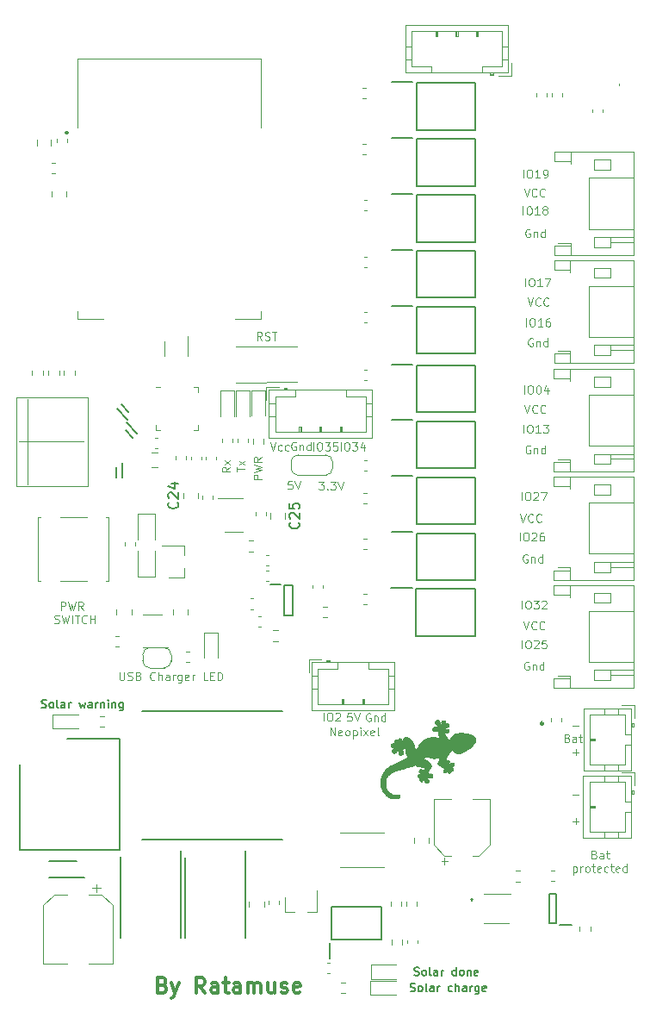
<source format=gbr>
G04 #@! TF.GenerationSoftware,KiCad,Pcbnew,(5.1.10)-1*
G04 #@! TF.CreationDate,2021-12-13T21:42:54+01:00*
G04 #@! TF.ProjectId,TestboardV2.3,54657374-626f-4617-9264-56322e332e6b,rev?*
G04 #@! TF.SameCoordinates,Original*
G04 #@! TF.FileFunction,Legend,Top*
G04 #@! TF.FilePolarity,Positive*
%FSLAX46Y46*%
G04 Gerber Fmt 4.6, Leading zero omitted, Abs format (unit mm)*
G04 Created by KiCad (PCBNEW (5.1.10)-1) date 2021-12-13 21:42:54*
%MOMM*%
%LPD*%
G01*
G04 APERTURE LIST*
%ADD10C,0.100000*%
%ADD11C,0.150000*%
%ADD12C,0.300000*%
%ADD13C,0.010000*%
%ADD14C,0.120000*%
%ADD15C,0.250000*%
%ADD16C,0.020000*%
%ADD17C,0.200000*%
G04 APERTURE END LIST*
D10*
X153456666Y-152452857D02*
X153570952Y-152490952D01*
X153609047Y-152529047D01*
X153647142Y-152605238D01*
X153647142Y-152719523D01*
X153609047Y-152795714D01*
X153570952Y-152833809D01*
X153494761Y-152871904D01*
X153190000Y-152871904D01*
X153190000Y-152071904D01*
X153456666Y-152071904D01*
X153532857Y-152110000D01*
X153570952Y-152148095D01*
X153609047Y-152224285D01*
X153609047Y-152300476D01*
X153570952Y-152376666D01*
X153532857Y-152414761D01*
X153456666Y-152452857D01*
X153190000Y-152452857D01*
X154332857Y-152871904D02*
X154332857Y-152452857D01*
X154294761Y-152376666D01*
X154218571Y-152338571D01*
X154066190Y-152338571D01*
X153990000Y-152376666D01*
X154332857Y-152833809D02*
X154256666Y-152871904D01*
X154066190Y-152871904D01*
X153990000Y-152833809D01*
X153951904Y-152757619D01*
X153951904Y-152681428D01*
X153990000Y-152605238D01*
X154066190Y-152567142D01*
X154256666Y-152567142D01*
X154332857Y-152529047D01*
X154599523Y-152338571D02*
X154904285Y-152338571D01*
X154713809Y-152071904D02*
X154713809Y-152757619D01*
X154751904Y-152833809D01*
X154828095Y-152871904D01*
X154904285Y-152871904D01*
X151361428Y-153638571D02*
X151361428Y-154438571D01*
X151361428Y-153676666D02*
X151437619Y-153638571D01*
X151590000Y-153638571D01*
X151666190Y-153676666D01*
X151704285Y-153714761D01*
X151742380Y-153790952D01*
X151742380Y-154019523D01*
X151704285Y-154095714D01*
X151666190Y-154133809D01*
X151590000Y-154171904D01*
X151437619Y-154171904D01*
X151361428Y-154133809D01*
X152085238Y-154171904D02*
X152085238Y-153638571D01*
X152085238Y-153790952D02*
X152123333Y-153714761D01*
X152161428Y-153676666D01*
X152237619Y-153638571D01*
X152313809Y-153638571D01*
X152694761Y-154171904D02*
X152618571Y-154133809D01*
X152580476Y-154095714D01*
X152542380Y-154019523D01*
X152542380Y-153790952D01*
X152580476Y-153714761D01*
X152618571Y-153676666D01*
X152694761Y-153638571D01*
X152809047Y-153638571D01*
X152885238Y-153676666D01*
X152923333Y-153714761D01*
X152961428Y-153790952D01*
X152961428Y-154019523D01*
X152923333Y-154095714D01*
X152885238Y-154133809D01*
X152809047Y-154171904D01*
X152694761Y-154171904D01*
X153190000Y-153638571D02*
X153494761Y-153638571D01*
X153304285Y-153371904D02*
X153304285Y-154057619D01*
X153342380Y-154133809D01*
X153418571Y-154171904D01*
X153494761Y-154171904D01*
X154066190Y-154133809D02*
X153990000Y-154171904D01*
X153837619Y-154171904D01*
X153761428Y-154133809D01*
X153723333Y-154057619D01*
X153723333Y-153752857D01*
X153761428Y-153676666D01*
X153837619Y-153638571D01*
X153990000Y-153638571D01*
X154066190Y-153676666D01*
X154104285Y-153752857D01*
X154104285Y-153829047D01*
X153723333Y-153905238D01*
X154790000Y-154133809D02*
X154713809Y-154171904D01*
X154561428Y-154171904D01*
X154485238Y-154133809D01*
X154447142Y-154095714D01*
X154409047Y-154019523D01*
X154409047Y-153790952D01*
X154447142Y-153714761D01*
X154485238Y-153676666D01*
X154561428Y-153638571D01*
X154713809Y-153638571D01*
X154790000Y-153676666D01*
X155018571Y-153638571D02*
X155323333Y-153638571D01*
X155132857Y-153371904D02*
X155132857Y-154057619D01*
X155170952Y-154133809D01*
X155247142Y-154171904D01*
X155323333Y-154171904D01*
X155894761Y-154133809D02*
X155818571Y-154171904D01*
X155666190Y-154171904D01*
X155590000Y-154133809D01*
X155551904Y-154057619D01*
X155551904Y-153752857D01*
X155590000Y-153676666D01*
X155666190Y-153638571D01*
X155818571Y-153638571D01*
X155894761Y-153676666D01*
X155932857Y-153752857D01*
X155932857Y-153829047D01*
X155551904Y-153905238D01*
X156618571Y-154171904D02*
X156618571Y-153371904D01*
X156618571Y-154133809D02*
X156542380Y-154171904D01*
X156390000Y-154171904D01*
X156313809Y-154133809D01*
X156275714Y-154095714D01*
X156237619Y-154019523D01*
X156237619Y-153790952D01*
X156275714Y-153714761D01*
X156313809Y-153676666D01*
X156390000Y-153638571D01*
X156542380Y-153638571D01*
X156618571Y-153676666D01*
X106751428Y-134531904D02*
X106751428Y-135179523D01*
X106789523Y-135255714D01*
X106827619Y-135293809D01*
X106903809Y-135331904D01*
X107056190Y-135331904D01*
X107132380Y-135293809D01*
X107170476Y-135255714D01*
X107208571Y-135179523D01*
X107208571Y-134531904D01*
X107551428Y-135293809D02*
X107665714Y-135331904D01*
X107856190Y-135331904D01*
X107932380Y-135293809D01*
X107970476Y-135255714D01*
X108008571Y-135179523D01*
X108008571Y-135103333D01*
X107970476Y-135027142D01*
X107932380Y-134989047D01*
X107856190Y-134950952D01*
X107703809Y-134912857D01*
X107627619Y-134874761D01*
X107589523Y-134836666D01*
X107551428Y-134760476D01*
X107551428Y-134684285D01*
X107589523Y-134608095D01*
X107627619Y-134570000D01*
X107703809Y-134531904D01*
X107894285Y-134531904D01*
X108008571Y-134570000D01*
X108618095Y-134912857D02*
X108732380Y-134950952D01*
X108770476Y-134989047D01*
X108808571Y-135065238D01*
X108808571Y-135179523D01*
X108770476Y-135255714D01*
X108732380Y-135293809D01*
X108656190Y-135331904D01*
X108351428Y-135331904D01*
X108351428Y-134531904D01*
X108618095Y-134531904D01*
X108694285Y-134570000D01*
X108732380Y-134608095D01*
X108770476Y-134684285D01*
X108770476Y-134760476D01*
X108732380Y-134836666D01*
X108694285Y-134874761D01*
X108618095Y-134912857D01*
X108351428Y-134912857D01*
X110218095Y-135255714D02*
X110180000Y-135293809D01*
X110065714Y-135331904D01*
X109989523Y-135331904D01*
X109875238Y-135293809D01*
X109799047Y-135217619D01*
X109760952Y-135141428D01*
X109722857Y-134989047D01*
X109722857Y-134874761D01*
X109760952Y-134722380D01*
X109799047Y-134646190D01*
X109875238Y-134570000D01*
X109989523Y-134531904D01*
X110065714Y-134531904D01*
X110180000Y-134570000D01*
X110218095Y-134608095D01*
X110560952Y-135331904D02*
X110560952Y-134531904D01*
X110903809Y-135331904D02*
X110903809Y-134912857D01*
X110865714Y-134836666D01*
X110789523Y-134798571D01*
X110675238Y-134798571D01*
X110599047Y-134836666D01*
X110560952Y-134874761D01*
X111627619Y-135331904D02*
X111627619Y-134912857D01*
X111589523Y-134836666D01*
X111513333Y-134798571D01*
X111360952Y-134798571D01*
X111284761Y-134836666D01*
X111627619Y-135293809D02*
X111551428Y-135331904D01*
X111360952Y-135331904D01*
X111284761Y-135293809D01*
X111246666Y-135217619D01*
X111246666Y-135141428D01*
X111284761Y-135065238D01*
X111360952Y-135027142D01*
X111551428Y-135027142D01*
X111627619Y-134989047D01*
X112008571Y-135331904D02*
X112008571Y-134798571D01*
X112008571Y-134950952D02*
X112046666Y-134874761D01*
X112084761Y-134836666D01*
X112160952Y-134798571D01*
X112237142Y-134798571D01*
X112846666Y-134798571D02*
X112846666Y-135446190D01*
X112808571Y-135522380D01*
X112770476Y-135560476D01*
X112694285Y-135598571D01*
X112580000Y-135598571D01*
X112503809Y-135560476D01*
X112846666Y-135293809D02*
X112770476Y-135331904D01*
X112618095Y-135331904D01*
X112541904Y-135293809D01*
X112503809Y-135255714D01*
X112465714Y-135179523D01*
X112465714Y-134950952D01*
X112503809Y-134874761D01*
X112541904Y-134836666D01*
X112618095Y-134798571D01*
X112770476Y-134798571D01*
X112846666Y-134836666D01*
X113532380Y-135293809D02*
X113456190Y-135331904D01*
X113303809Y-135331904D01*
X113227619Y-135293809D01*
X113189523Y-135217619D01*
X113189523Y-134912857D01*
X113227619Y-134836666D01*
X113303809Y-134798571D01*
X113456190Y-134798571D01*
X113532380Y-134836666D01*
X113570476Y-134912857D01*
X113570476Y-134989047D01*
X113189523Y-135065238D01*
X113913333Y-135331904D02*
X113913333Y-134798571D01*
X113913333Y-134950952D02*
X113951428Y-134874761D01*
X113989523Y-134836666D01*
X114065714Y-134798571D01*
X114141904Y-134798571D01*
X115399047Y-135331904D02*
X115018095Y-135331904D01*
X115018095Y-134531904D01*
X115665714Y-134912857D02*
X115932380Y-134912857D01*
X116046666Y-135331904D02*
X115665714Y-135331904D01*
X115665714Y-134531904D01*
X116046666Y-134531904D01*
X116389523Y-135331904D02*
X116389523Y-134531904D01*
X116580000Y-134531904D01*
X116694285Y-134570000D01*
X116770476Y-134646190D01*
X116808571Y-134722380D01*
X116846666Y-134874761D01*
X116846666Y-134989047D01*
X116808571Y-135141428D01*
X116770476Y-135217619D01*
X116694285Y-135293809D01*
X116580000Y-135331904D01*
X116389523Y-135331904D01*
X120721904Y-115616666D02*
X119921904Y-115616666D01*
X119921904Y-115311904D01*
X119960000Y-115235714D01*
X119998095Y-115197619D01*
X120074285Y-115159523D01*
X120188571Y-115159523D01*
X120264761Y-115197619D01*
X120302857Y-115235714D01*
X120340952Y-115311904D01*
X120340952Y-115616666D01*
X119921904Y-114892857D02*
X120721904Y-114702380D01*
X120150476Y-114550000D01*
X120721904Y-114397619D01*
X119921904Y-114207142D01*
X120721904Y-113445238D02*
X120340952Y-113711904D01*
X120721904Y-113902380D02*
X119921904Y-113902380D01*
X119921904Y-113597619D01*
X119960000Y-113521428D01*
X119998095Y-113483333D01*
X120074285Y-113445238D01*
X120188571Y-113445238D01*
X120264761Y-113483333D01*
X120302857Y-113521428D01*
X120340952Y-113597619D01*
X120340952Y-113902380D01*
D11*
X99090952Y-138013809D02*
X99205238Y-138051904D01*
X99395714Y-138051904D01*
X99471904Y-138013809D01*
X99510000Y-137975714D01*
X99548095Y-137899523D01*
X99548095Y-137823333D01*
X99510000Y-137747142D01*
X99471904Y-137709047D01*
X99395714Y-137670952D01*
X99243333Y-137632857D01*
X99167142Y-137594761D01*
X99129047Y-137556666D01*
X99090952Y-137480476D01*
X99090952Y-137404285D01*
X99129047Y-137328095D01*
X99167142Y-137290000D01*
X99243333Y-137251904D01*
X99433809Y-137251904D01*
X99548095Y-137290000D01*
X100005238Y-138051904D02*
X99929047Y-138013809D01*
X99890952Y-137975714D01*
X99852857Y-137899523D01*
X99852857Y-137670952D01*
X99890952Y-137594761D01*
X99929047Y-137556666D01*
X100005238Y-137518571D01*
X100119523Y-137518571D01*
X100195714Y-137556666D01*
X100233809Y-137594761D01*
X100271904Y-137670952D01*
X100271904Y-137899523D01*
X100233809Y-137975714D01*
X100195714Y-138013809D01*
X100119523Y-138051904D01*
X100005238Y-138051904D01*
X100729047Y-138051904D02*
X100652857Y-138013809D01*
X100614761Y-137937619D01*
X100614761Y-137251904D01*
X101376666Y-138051904D02*
X101376666Y-137632857D01*
X101338571Y-137556666D01*
X101262380Y-137518571D01*
X101110000Y-137518571D01*
X101033809Y-137556666D01*
X101376666Y-138013809D02*
X101300476Y-138051904D01*
X101110000Y-138051904D01*
X101033809Y-138013809D01*
X100995714Y-137937619D01*
X100995714Y-137861428D01*
X101033809Y-137785238D01*
X101110000Y-137747142D01*
X101300476Y-137747142D01*
X101376666Y-137709047D01*
X101757619Y-138051904D02*
X101757619Y-137518571D01*
X101757619Y-137670952D02*
X101795714Y-137594761D01*
X101833809Y-137556666D01*
X101910000Y-137518571D01*
X101986190Y-137518571D01*
X102786190Y-137518571D02*
X102938571Y-138051904D01*
X103090952Y-137670952D01*
X103243333Y-138051904D01*
X103395714Y-137518571D01*
X104043333Y-138051904D02*
X104043333Y-137632857D01*
X104005238Y-137556666D01*
X103929047Y-137518571D01*
X103776666Y-137518571D01*
X103700476Y-137556666D01*
X104043333Y-138013809D02*
X103967142Y-138051904D01*
X103776666Y-138051904D01*
X103700476Y-138013809D01*
X103662380Y-137937619D01*
X103662380Y-137861428D01*
X103700476Y-137785238D01*
X103776666Y-137747142D01*
X103967142Y-137747142D01*
X104043333Y-137709047D01*
X104424285Y-138051904D02*
X104424285Y-137518571D01*
X104424285Y-137670952D02*
X104462380Y-137594761D01*
X104500476Y-137556666D01*
X104576666Y-137518571D01*
X104652857Y-137518571D01*
X104919523Y-137518571D02*
X104919523Y-138051904D01*
X104919523Y-137594761D02*
X104957619Y-137556666D01*
X105033809Y-137518571D01*
X105148095Y-137518571D01*
X105224285Y-137556666D01*
X105262380Y-137632857D01*
X105262380Y-138051904D01*
X105643333Y-138051904D02*
X105643333Y-137518571D01*
X105643333Y-137251904D02*
X105605238Y-137290000D01*
X105643333Y-137328095D01*
X105681428Y-137290000D01*
X105643333Y-137251904D01*
X105643333Y-137328095D01*
X106024285Y-137518571D02*
X106024285Y-138051904D01*
X106024285Y-137594761D02*
X106062380Y-137556666D01*
X106138571Y-137518571D01*
X106252857Y-137518571D01*
X106329047Y-137556666D01*
X106367142Y-137632857D01*
X106367142Y-138051904D01*
X107090952Y-137518571D02*
X107090952Y-138166190D01*
X107052857Y-138242380D01*
X107014761Y-138280476D01*
X106938571Y-138318571D01*
X106824285Y-138318571D01*
X106748095Y-138280476D01*
X107090952Y-138013809D02*
X107014761Y-138051904D01*
X106862380Y-138051904D01*
X106786190Y-138013809D01*
X106748095Y-137975714D01*
X106710000Y-137899523D01*
X106710000Y-137670952D01*
X106748095Y-137594761D01*
X106786190Y-137556666D01*
X106862380Y-137518571D01*
X107014761Y-137518571D01*
X107090952Y-137556666D01*
X135727142Y-164323809D02*
X135841428Y-164361904D01*
X136031904Y-164361904D01*
X136108095Y-164323809D01*
X136146190Y-164285714D01*
X136184285Y-164209523D01*
X136184285Y-164133333D01*
X136146190Y-164057142D01*
X136108095Y-164019047D01*
X136031904Y-163980952D01*
X135879523Y-163942857D01*
X135803333Y-163904761D01*
X135765238Y-163866666D01*
X135727142Y-163790476D01*
X135727142Y-163714285D01*
X135765238Y-163638095D01*
X135803333Y-163600000D01*
X135879523Y-163561904D01*
X136070000Y-163561904D01*
X136184285Y-163600000D01*
X136641428Y-164361904D02*
X136565238Y-164323809D01*
X136527142Y-164285714D01*
X136489047Y-164209523D01*
X136489047Y-163980952D01*
X136527142Y-163904761D01*
X136565238Y-163866666D01*
X136641428Y-163828571D01*
X136755714Y-163828571D01*
X136831904Y-163866666D01*
X136870000Y-163904761D01*
X136908095Y-163980952D01*
X136908095Y-164209523D01*
X136870000Y-164285714D01*
X136831904Y-164323809D01*
X136755714Y-164361904D01*
X136641428Y-164361904D01*
X137365238Y-164361904D02*
X137289047Y-164323809D01*
X137250952Y-164247619D01*
X137250952Y-163561904D01*
X138012857Y-164361904D02*
X138012857Y-163942857D01*
X137974761Y-163866666D01*
X137898571Y-163828571D01*
X137746190Y-163828571D01*
X137670000Y-163866666D01*
X138012857Y-164323809D02*
X137936666Y-164361904D01*
X137746190Y-164361904D01*
X137670000Y-164323809D01*
X137631904Y-164247619D01*
X137631904Y-164171428D01*
X137670000Y-164095238D01*
X137746190Y-164057142D01*
X137936666Y-164057142D01*
X138012857Y-164019047D01*
X138393809Y-164361904D02*
X138393809Y-163828571D01*
X138393809Y-163980952D02*
X138431904Y-163904761D01*
X138470000Y-163866666D01*
X138546190Y-163828571D01*
X138622380Y-163828571D01*
X139841428Y-164361904D02*
X139841428Y-163561904D01*
X139841428Y-164323809D02*
X139765238Y-164361904D01*
X139612857Y-164361904D01*
X139536666Y-164323809D01*
X139498571Y-164285714D01*
X139460476Y-164209523D01*
X139460476Y-163980952D01*
X139498571Y-163904761D01*
X139536666Y-163866666D01*
X139612857Y-163828571D01*
X139765238Y-163828571D01*
X139841428Y-163866666D01*
X140336666Y-164361904D02*
X140260476Y-164323809D01*
X140222380Y-164285714D01*
X140184285Y-164209523D01*
X140184285Y-163980952D01*
X140222380Y-163904761D01*
X140260476Y-163866666D01*
X140336666Y-163828571D01*
X140450952Y-163828571D01*
X140527142Y-163866666D01*
X140565238Y-163904761D01*
X140603333Y-163980952D01*
X140603333Y-164209523D01*
X140565238Y-164285714D01*
X140527142Y-164323809D01*
X140450952Y-164361904D01*
X140336666Y-164361904D01*
X140946190Y-163828571D02*
X140946190Y-164361904D01*
X140946190Y-163904761D02*
X140984285Y-163866666D01*
X141060476Y-163828571D01*
X141174761Y-163828571D01*
X141250952Y-163866666D01*
X141289047Y-163942857D01*
X141289047Y-164361904D01*
X141974761Y-164323809D02*
X141898571Y-164361904D01*
X141746190Y-164361904D01*
X141670000Y-164323809D01*
X141631904Y-164247619D01*
X141631904Y-163942857D01*
X141670000Y-163866666D01*
X141746190Y-163828571D01*
X141898571Y-163828571D01*
X141974761Y-163866666D01*
X142012857Y-163942857D01*
X142012857Y-164019047D01*
X141631904Y-164095238D01*
X135336666Y-165863809D02*
X135450952Y-165901904D01*
X135641428Y-165901904D01*
X135717619Y-165863809D01*
X135755714Y-165825714D01*
X135793809Y-165749523D01*
X135793809Y-165673333D01*
X135755714Y-165597142D01*
X135717619Y-165559047D01*
X135641428Y-165520952D01*
X135489047Y-165482857D01*
X135412857Y-165444761D01*
X135374761Y-165406666D01*
X135336666Y-165330476D01*
X135336666Y-165254285D01*
X135374761Y-165178095D01*
X135412857Y-165140000D01*
X135489047Y-165101904D01*
X135679523Y-165101904D01*
X135793809Y-165140000D01*
X136250952Y-165901904D02*
X136174761Y-165863809D01*
X136136666Y-165825714D01*
X136098571Y-165749523D01*
X136098571Y-165520952D01*
X136136666Y-165444761D01*
X136174761Y-165406666D01*
X136250952Y-165368571D01*
X136365238Y-165368571D01*
X136441428Y-165406666D01*
X136479523Y-165444761D01*
X136517619Y-165520952D01*
X136517619Y-165749523D01*
X136479523Y-165825714D01*
X136441428Y-165863809D01*
X136365238Y-165901904D01*
X136250952Y-165901904D01*
X136974761Y-165901904D02*
X136898571Y-165863809D01*
X136860476Y-165787619D01*
X136860476Y-165101904D01*
X137622380Y-165901904D02*
X137622380Y-165482857D01*
X137584285Y-165406666D01*
X137508095Y-165368571D01*
X137355714Y-165368571D01*
X137279523Y-165406666D01*
X137622380Y-165863809D02*
X137546190Y-165901904D01*
X137355714Y-165901904D01*
X137279523Y-165863809D01*
X137241428Y-165787619D01*
X137241428Y-165711428D01*
X137279523Y-165635238D01*
X137355714Y-165597142D01*
X137546190Y-165597142D01*
X137622380Y-165559047D01*
X138003333Y-165901904D02*
X138003333Y-165368571D01*
X138003333Y-165520952D02*
X138041428Y-165444761D01*
X138079523Y-165406666D01*
X138155714Y-165368571D01*
X138231904Y-165368571D01*
X139450952Y-165863809D02*
X139374761Y-165901904D01*
X139222380Y-165901904D01*
X139146190Y-165863809D01*
X139108095Y-165825714D01*
X139070000Y-165749523D01*
X139070000Y-165520952D01*
X139108095Y-165444761D01*
X139146190Y-165406666D01*
X139222380Y-165368571D01*
X139374761Y-165368571D01*
X139450952Y-165406666D01*
X139793809Y-165901904D02*
X139793809Y-165101904D01*
X140136666Y-165901904D02*
X140136666Y-165482857D01*
X140098571Y-165406666D01*
X140022380Y-165368571D01*
X139908095Y-165368571D01*
X139831904Y-165406666D01*
X139793809Y-165444761D01*
X140860476Y-165901904D02*
X140860476Y-165482857D01*
X140822380Y-165406666D01*
X140746190Y-165368571D01*
X140593809Y-165368571D01*
X140517619Y-165406666D01*
X140860476Y-165863809D02*
X140784285Y-165901904D01*
X140593809Y-165901904D01*
X140517619Y-165863809D01*
X140479523Y-165787619D01*
X140479523Y-165711428D01*
X140517619Y-165635238D01*
X140593809Y-165597142D01*
X140784285Y-165597142D01*
X140860476Y-165559047D01*
X141241428Y-165901904D02*
X141241428Y-165368571D01*
X141241428Y-165520952D02*
X141279523Y-165444761D01*
X141317619Y-165406666D01*
X141393809Y-165368571D01*
X141470000Y-165368571D01*
X142079523Y-165368571D02*
X142079523Y-166016190D01*
X142041428Y-166092380D01*
X142003333Y-166130476D01*
X141927142Y-166168571D01*
X141812857Y-166168571D01*
X141736666Y-166130476D01*
X142079523Y-165863809D02*
X142003333Y-165901904D01*
X141850952Y-165901904D01*
X141774761Y-165863809D01*
X141736666Y-165825714D01*
X141698571Y-165749523D01*
X141698571Y-165520952D01*
X141736666Y-165444761D01*
X141774761Y-165406666D01*
X141850952Y-165368571D01*
X142003333Y-165368571D01*
X142079523Y-165406666D01*
X142765238Y-165863809D02*
X142689047Y-165901904D01*
X142536666Y-165901904D01*
X142460476Y-165863809D01*
X142422380Y-165787619D01*
X142422380Y-165482857D01*
X142460476Y-165406666D01*
X142536666Y-165368571D01*
X142689047Y-165368571D01*
X142765238Y-165406666D01*
X142803333Y-165482857D01*
X142803333Y-165559047D01*
X142422380Y-165635238D01*
D10*
X121567619Y-111981904D02*
X121834285Y-112781904D01*
X122100952Y-111981904D01*
X122710476Y-112743809D02*
X122634285Y-112781904D01*
X122481904Y-112781904D01*
X122405714Y-112743809D01*
X122367619Y-112705714D01*
X122329523Y-112629523D01*
X122329523Y-112400952D01*
X122367619Y-112324761D01*
X122405714Y-112286666D01*
X122481904Y-112248571D01*
X122634285Y-112248571D01*
X122710476Y-112286666D01*
X123396190Y-112743809D02*
X123320000Y-112781904D01*
X123167619Y-112781904D01*
X123091428Y-112743809D01*
X123053333Y-112705714D01*
X123015238Y-112629523D01*
X123015238Y-112400952D01*
X123053333Y-112324761D01*
X123091428Y-112286666D01*
X123167619Y-112248571D01*
X123320000Y-112248571D01*
X123396190Y-112286666D01*
X126339047Y-115841904D02*
X126834285Y-115841904D01*
X126567619Y-116146666D01*
X126681904Y-116146666D01*
X126758095Y-116184761D01*
X126796190Y-116222857D01*
X126834285Y-116299047D01*
X126834285Y-116489523D01*
X126796190Y-116565714D01*
X126758095Y-116603809D01*
X126681904Y-116641904D01*
X126453333Y-116641904D01*
X126377142Y-116603809D01*
X126339047Y-116565714D01*
X127177142Y-116565714D02*
X127215238Y-116603809D01*
X127177142Y-116641904D01*
X127139047Y-116603809D01*
X127177142Y-116565714D01*
X127177142Y-116641904D01*
X127481904Y-115841904D02*
X127977142Y-115841904D01*
X127710476Y-116146666D01*
X127824761Y-116146666D01*
X127900952Y-116184761D01*
X127939047Y-116222857D01*
X127977142Y-116299047D01*
X127977142Y-116489523D01*
X127939047Y-116565714D01*
X127900952Y-116603809D01*
X127824761Y-116641904D01*
X127596190Y-116641904D01*
X127520000Y-116603809D01*
X127481904Y-116565714D01*
X128205714Y-115841904D02*
X128472380Y-116641904D01*
X128739047Y-115841904D01*
X151305238Y-139827142D02*
X151914761Y-139827142D01*
X150771904Y-141012857D02*
X150886190Y-141050952D01*
X150924285Y-141089047D01*
X150962380Y-141165238D01*
X150962380Y-141279523D01*
X150924285Y-141355714D01*
X150886190Y-141393809D01*
X150810000Y-141431904D01*
X150505238Y-141431904D01*
X150505238Y-140631904D01*
X150771904Y-140631904D01*
X150848095Y-140670000D01*
X150886190Y-140708095D01*
X150924285Y-140784285D01*
X150924285Y-140860476D01*
X150886190Y-140936666D01*
X150848095Y-140974761D01*
X150771904Y-141012857D01*
X150505238Y-141012857D01*
X151648095Y-141431904D02*
X151648095Y-141012857D01*
X151610000Y-140936666D01*
X151533809Y-140898571D01*
X151381428Y-140898571D01*
X151305238Y-140936666D01*
X151648095Y-141393809D02*
X151571904Y-141431904D01*
X151381428Y-141431904D01*
X151305238Y-141393809D01*
X151267142Y-141317619D01*
X151267142Y-141241428D01*
X151305238Y-141165238D01*
X151381428Y-141127142D01*
X151571904Y-141127142D01*
X151648095Y-141089047D01*
X151914761Y-140898571D02*
X152219523Y-140898571D01*
X152029047Y-140631904D02*
X152029047Y-141317619D01*
X152067142Y-141393809D01*
X152143333Y-141431904D01*
X152219523Y-141431904D01*
X151305238Y-142427142D02*
X151914761Y-142427142D01*
X151610000Y-142731904D02*
X151610000Y-142122380D01*
D12*
X110990000Y-165282857D02*
X111204285Y-165354285D01*
X111275714Y-165425714D01*
X111347142Y-165568571D01*
X111347142Y-165782857D01*
X111275714Y-165925714D01*
X111204285Y-165997142D01*
X111061428Y-166068571D01*
X110490000Y-166068571D01*
X110490000Y-164568571D01*
X110990000Y-164568571D01*
X111132857Y-164640000D01*
X111204285Y-164711428D01*
X111275714Y-164854285D01*
X111275714Y-164997142D01*
X111204285Y-165140000D01*
X111132857Y-165211428D01*
X110990000Y-165282857D01*
X110490000Y-165282857D01*
X111847142Y-165068571D02*
X112204285Y-166068571D01*
X112561428Y-165068571D02*
X112204285Y-166068571D01*
X112061428Y-166425714D01*
X111990000Y-166497142D01*
X111847142Y-166568571D01*
X115132857Y-166068571D02*
X114632857Y-165354285D01*
X114275714Y-166068571D02*
X114275714Y-164568571D01*
X114847142Y-164568571D01*
X114990000Y-164640000D01*
X115061428Y-164711428D01*
X115132857Y-164854285D01*
X115132857Y-165068571D01*
X115061428Y-165211428D01*
X114990000Y-165282857D01*
X114847142Y-165354285D01*
X114275714Y-165354285D01*
X116418571Y-166068571D02*
X116418571Y-165282857D01*
X116347142Y-165140000D01*
X116204285Y-165068571D01*
X115918571Y-165068571D01*
X115775714Y-165140000D01*
X116418571Y-165997142D02*
X116275714Y-166068571D01*
X115918571Y-166068571D01*
X115775714Y-165997142D01*
X115704285Y-165854285D01*
X115704285Y-165711428D01*
X115775714Y-165568571D01*
X115918571Y-165497142D01*
X116275714Y-165497142D01*
X116418571Y-165425714D01*
X116918571Y-165068571D02*
X117490000Y-165068571D01*
X117132857Y-164568571D02*
X117132857Y-165854285D01*
X117204285Y-165997142D01*
X117347142Y-166068571D01*
X117490000Y-166068571D01*
X118632857Y-166068571D02*
X118632857Y-165282857D01*
X118561428Y-165140000D01*
X118418571Y-165068571D01*
X118132857Y-165068571D01*
X117990000Y-165140000D01*
X118632857Y-165997142D02*
X118490000Y-166068571D01*
X118132857Y-166068571D01*
X117990000Y-165997142D01*
X117918571Y-165854285D01*
X117918571Y-165711428D01*
X117990000Y-165568571D01*
X118132857Y-165497142D01*
X118490000Y-165497142D01*
X118632857Y-165425714D01*
X119347142Y-166068571D02*
X119347142Y-165068571D01*
X119347142Y-165211428D02*
X119418571Y-165140000D01*
X119561428Y-165068571D01*
X119775714Y-165068571D01*
X119918571Y-165140000D01*
X119990000Y-165282857D01*
X119990000Y-166068571D01*
X119990000Y-165282857D02*
X120061428Y-165140000D01*
X120204285Y-165068571D01*
X120418571Y-165068571D01*
X120561428Y-165140000D01*
X120632857Y-165282857D01*
X120632857Y-166068571D01*
X121990000Y-165068571D02*
X121990000Y-166068571D01*
X121347142Y-165068571D02*
X121347142Y-165854285D01*
X121418571Y-165997142D01*
X121561428Y-166068571D01*
X121775714Y-166068571D01*
X121918571Y-165997142D01*
X121990000Y-165925714D01*
X122632857Y-165997142D02*
X122775714Y-166068571D01*
X123061428Y-166068571D01*
X123204285Y-165997142D01*
X123275714Y-165854285D01*
X123275714Y-165782857D01*
X123204285Y-165640000D01*
X123061428Y-165568571D01*
X122847142Y-165568571D01*
X122704285Y-165497142D01*
X122632857Y-165354285D01*
X122632857Y-165282857D01*
X122704285Y-165140000D01*
X122847142Y-165068571D01*
X123061428Y-165068571D01*
X123204285Y-165140000D01*
X124490000Y-165997142D02*
X124347142Y-166068571D01*
X124061428Y-166068571D01*
X123918571Y-165997142D01*
X123847142Y-165854285D01*
X123847142Y-165282857D01*
X123918571Y-165140000D01*
X124061428Y-165068571D01*
X124347142Y-165068571D01*
X124490000Y-165140000D01*
X124561428Y-165282857D01*
X124561428Y-165425714D01*
X123847142Y-165568571D01*
D10*
X128479047Y-112771904D02*
X128479047Y-111971904D01*
X129012380Y-111971904D02*
X129164761Y-111971904D01*
X129240952Y-112010000D01*
X129317142Y-112086190D01*
X129355238Y-112238571D01*
X129355238Y-112505238D01*
X129317142Y-112657619D01*
X129240952Y-112733809D01*
X129164761Y-112771904D01*
X129012380Y-112771904D01*
X128936190Y-112733809D01*
X128860000Y-112657619D01*
X128821904Y-112505238D01*
X128821904Y-112238571D01*
X128860000Y-112086190D01*
X128936190Y-112010000D01*
X129012380Y-111971904D01*
X129621904Y-111971904D02*
X130117142Y-111971904D01*
X129850476Y-112276666D01*
X129964761Y-112276666D01*
X130040952Y-112314761D01*
X130079047Y-112352857D01*
X130117142Y-112429047D01*
X130117142Y-112619523D01*
X130079047Y-112695714D01*
X130040952Y-112733809D01*
X129964761Y-112771904D01*
X129736190Y-112771904D01*
X129660000Y-112733809D01*
X129621904Y-112695714D01*
X130802857Y-112238571D02*
X130802857Y-112771904D01*
X130612380Y-111933809D02*
X130421904Y-112505238D01*
X130917142Y-112505238D01*
X125809047Y-112771904D02*
X125809047Y-111971904D01*
X126342380Y-111971904D02*
X126494761Y-111971904D01*
X126570952Y-112010000D01*
X126647142Y-112086190D01*
X126685238Y-112238571D01*
X126685238Y-112505238D01*
X126647142Y-112657619D01*
X126570952Y-112733809D01*
X126494761Y-112771904D01*
X126342380Y-112771904D01*
X126266190Y-112733809D01*
X126190000Y-112657619D01*
X126151904Y-112505238D01*
X126151904Y-112238571D01*
X126190000Y-112086190D01*
X126266190Y-112010000D01*
X126342380Y-111971904D01*
X126951904Y-111971904D02*
X127447142Y-111971904D01*
X127180476Y-112276666D01*
X127294761Y-112276666D01*
X127370952Y-112314761D01*
X127409047Y-112352857D01*
X127447142Y-112429047D01*
X127447142Y-112619523D01*
X127409047Y-112695714D01*
X127370952Y-112733809D01*
X127294761Y-112771904D01*
X127066190Y-112771904D01*
X126990000Y-112733809D01*
X126951904Y-112695714D01*
X128170952Y-111971904D02*
X127790000Y-111971904D01*
X127751904Y-112352857D01*
X127790000Y-112314761D01*
X127866190Y-112276666D01*
X128056666Y-112276666D01*
X128132857Y-112314761D01*
X128170952Y-112352857D01*
X128209047Y-112429047D01*
X128209047Y-112619523D01*
X128170952Y-112695714D01*
X128132857Y-112733809D01*
X128056666Y-112771904D01*
X127866190Y-112771904D01*
X127790000Y-112733809D01*
X127751904Y-112695714D01*
X123717619Y-115771904D02*
X123336666Y-115771904D01*
X123298571Y-116152857D01*
X123336666Y-116114761D01*
X123412857Y-116076666D01*
X123603333Y-116076666D01*
X123679523Y-116114761D01*
X123717619Y-116152857D01*
X123755714Y-116229047D01*
X123755714Y-116419523D01*
X123717619Y-116495714D01*
X123679523Y-116533809D01*
X123603333Y-116571904D01*
X123412857Y-116571904D01*
X123336666Y-116533809D01*
X123298571Y-116495714D01*
X123984285Y-115771904D02*
X124250952Y-116571904D01*
X124517619Y-115771904D01*
X124095714Y-112000000D02*
X124019523Y-111961904D01*
X123905238Y-111961904D01*
X123790952Y-112000000D01*
X123714761Y-112076190D01*
X123676666Y-112152380D01*
X123638571Y-112304761D01*
X123638571Y-112419047D01*
X123676666Y-112571428D01*
X123714761Y-112647619D01*
X123790952Y-112723809D01*
X123905238Y-112761904D01*
X123981428Y-112761904D01*
X124095714Y-112723809D01*
X124133809Y-112685714D01*
X124133809Y-112419047D01*
X123981428Y-112419047D01*
X124476666Y-112228571D02*
X124476666Y-112761904D01*
X124476666Y-112304761D02*
X124514761Y-112266666D01*
X124590952Y-112228571D01*
X124705238Y-112228571D01*
X124781428Y-112266666D01*
X124819523Y-112342857D01*
X124819523Y-112761904D01*
X125543333Y-112761904D02*
X125543333Y-111961904D01*
X125543333Y-112723809D02*
X125467142Y-112761904D01*
X125314761Y-112761904D01*
X125238571Y-112723809D01*
X125200476Y-112685714D01*
X125162380Y-112609523D01*
X125162380Y-112380952D01*
X125200476Y-112304761D01*
X125238571Y-112266666D01*
X125314761Y-112228571D01*
X125467142Y-112228571D01*
X125543333Y-112266666D01*
X118271904Y-114852380D02*
X118271904Y-114395238D01*
X119071904Y-114623809D02*
X118271904Y-114623809D01*
X119071904Y-114204761D02*
X118538571Y-113785714D01*
X118538571Y-114204761D02*
X119071904Y-113785714D01*
X117611904Y-114396190D02*
X117230952Y-114662857D01*
X117611904Y-114853333D02*
X116811904Y-114853333D01*
X116811904Y-114548571D01*
X116850000Y-114472380D01*
X116888095Y-114434285D01*
X116964285Y-114396190D01*
X117078571Y-114396190D01*
X117154761Y-114434285D01*
X117192857Y-114472380D01*
X117230952Y-114548571D01*
X117230952Y-114853333D01*
X117611904Y-114129523D02*
X117078571Y-113710476D01*
X117078571Y-114129523D02*
X117611904Y-113710476D01*
X127458095Y-140781904D02*
X127458095Y-139981904D01*
X127915238Y-140781904D01*
X127915238Y-139981904D01*
X128600952Y-140743809D02*
X128524761Y-140781904D01*
X128372380Y-140781904D01*
X128296190Y-140743809D01*
X128258095Y-140667619D01*
X128258095Y-140362857D01*
X128296190Y-140286666D01*
X128372380Y-140248571D01*
X128524761Y-140248571D01*
X128600952Y-140286666D01*
X128639047Y-140362857D01*
X128639047Y-140439047D01*
X128258095Y-140515238D01*
X129096190Y-140781904D02*
X129020000Y-140743809D01*
X128981904Y-140705714D01*
X128943809Y-140629523D01*
X128943809Y-140400952D01*
X128981904Y-140324761D01*
X129020000Y-140286666D01*
X129096190Y-140248571D01*
X129210476Y-140248571D01*
X129286666Y-140286666D01*
X129324761Y-140324761D01*
X129362857Y-140400952D01*
X129362857Y-140629523D01*
X129324761Y-140705714D01*
X129286666Y-140743809D01*
X129210476Y-140781904D01*
X129096190Y-140781904D01*
X129705714Y-140248571D02*
X129705714Y-141048571D01*
X129705714Y-140286666D02*
X129781904Y-140248571D01*
X129934285Y-140248571D01*
X130010476Y-140286666D01*
X130048571Y-140324761D01*
X130086666Y-140400952D01*
X130086666Y-140629523D01*
X130048571Y-140705714D01*
X130010476Y-140743809D01*
X129934285Y-140781904D01*
X129781904Y-140781904D01*
X129705714Y-140743809D01*
X130429523Y-140781904D02*
X130429523Y-140248571D01*
X130429523Y-139981904D02*
X130391428Y-140020000D01*
X130429523Y-140058095D01*
X130467619Y-140020000D01*
X130429523Y-139981904D01*
X130429523Y-140058095D01*
X130734285Y-140781904D02*
X131153333Y-140248571D01*
X130734285Y-140248571D02*
X131153333Y-140781904D01*
X131762857Y-140743809D02*
X131686666Y-140781904D01*
X131534285Y-140781904D01*
X131458095Y-140743809D01*
X131420000Y-140667619D01*
X131420000Y-140362857D01*
X131458095Y-140286666D01*
X131534285Y-140248571D01*
X131686666Y-140248571D01*
X131762857Y-140286666D01*
X131800952Y-140362857D01*
X131800952Y-140439047D01*
X131420000Y-140515238D01*
X132258095Y-140781904D02*
X132181904Y-140743809D01*
X132143809Y-140667619D01*
X132143809Y-139981904D01*
X146985714Y-133580000D02*
X146909523Y-133541904D01*
X146795238Y-133541904D01*
X146680952Y-133580000D01*
X146604761Y-133656190D01*
X146566666Y-133732380D01*
X146528571Y-133884761D01*
X146528571Y-133999047D01*
X146566666Y-134151428D01*
X146604761Y-134227619D01*
X146680952Y-134303809D01*
X146795238Y-134341904D01*
X146871428Y-134341904D01*
X146985714Y-134303809D01*
X147023809Y-134265714D01*
X147023809Y-133999047D01*
X146871428Y-133999047D01*
X147366666Y-133808571D02*
X147366666Y-134341904D01*
X147366666Y-133884761D02*
X147404761Y-133846666D01*
X147480952Y-133808571D01*
X147595238Y-133808571D01*
X147671428Y-133846666D01*
X147709523Y-133922857D01*
X147709523Y-134341904D01*
X148433333Y-134341904D02*
X148433333Y-133541904D01*
X148433333Y-134303809D02*
X148357142Y-134341904D01*
X148204761Y-134341904D01*
X148128571Y-134303809D01*
X148090476Y-134265714D01*
X148052380Y-134189523D01*
X148052380Y-133960952D01*
X148090476Y-133884761D01*
X148128571Y-133846666D01*
X148204761Y-133808571D01*
X148357142Y-133808571D01*
X148433333Y-133846666D01*
X146845714Y-123020000D02*
X146769523Y-122981904D01*
X146655238Y-122981904D01*
X146540952Y-123020000D01*
X146464761Y-123096190D01*
X146426666Y-123172380D01*
X146388571Y-123324761D01*
X146388571Y-123439047D01*
X146426666Y-123591428D01*
X146464761Y-123667619D01*
X146540952Y-123743809D01*
X146655238Y-123781904D01*
X146731428Y-123781904D01*
X146845714Y-123743809D01*
X146883809Y-123705714D01*
X146883809Y-123439047D01*
X146731428Y-123439047D01*
X147226666Y-123248571D02*
X147226666Y-123781904D01*
X147226666Y-123324761D02*
X147264761Y-123286666D01*
X147340952Y-123248571D01*
X147455238Y-123248571D01*
X147531428Y-123286666D01*
X147569523Y-123362857D01*
X147569523Y-123781904D01*
X148293333Y-123781904D02*
X148293333Y-122981904D01*
X148293333Y-123743809D02*
X148217142Y-123781904D01*
X148064761Y-123781904D01*
X147988571Y-123743809D01*
X147950476Y-123705714D01*
X147912380Y-123629523D01*
X147912380Y-123400952D01*
X147950476Y-123324761D01*
X147988571Y-123286666D01*
X148064761Y-123248571D01*
X148217142Y-123248571D01*
X148293333Y-123286666D01*
X147135714Y-112310000D02*
X147059523Y-112271904D01*
X146945238Y-112271904D01*
X146830952Y-112310000D01*
X146754761Y-112386190D01*
X146716666Y-112462380D01*
X146678571Y-112614761D01*
X146678571Y-112729047D01*
X146716666Y-112881428D01*
X146754761Y-112957619D01*
X146830952Y-113033809D01*
X146945238Y-113071904D01*
X147021428Y-113071904D01*
X147135714Y-113033809D01*
X147173809Y-112995714D01*
X147173809Y-112729047D01*
X147021428Y-112729047D01*
X147516666Y-112538571D02*
X147516666Y-113071904D01*
X147516666Y-112614761D02*
X147554761Y-112576666D01*
X147630952Y-112538571D01*
X147745238Y-112538571D01*
X147821428Y-112576666D01*
X147859523Y-112652857D01*
X147859523Y-113071904D01*
X148583333Y-113071904D02*
X148583333Y-112271904D01*
X148583333Y-113033809D02*
X148507142Y-113071904D01*
X148354761Y-113071904D01*
X148278571Y-113033809D01*
X148240476Y-112995714D01*
X148202380Y-112919523D01*
X148202380Y-112690952D01*
X148240476Y-112614761D01*
X148278571Y-112576666D01*
X148354761Y-112538571D01*
X148507142Y-112538571D01*
X148583333Y-112576666D01*
X147385714Y-101790000D02*
X147309523Y-101751904D01*
X147195238Y-101751904D01*
X147080952Y-101790000D01*
X147004761Y-101866190D01*
X146966666Y-101942380D01*
X146928571Y-102094761D01*
X146928571Y-102209047D01*
X146966666Y-102361428D01*
X147004761Y-102437619D01*
X147080952Y-102513809D01*
X147195238Y-102551904D01*
X147271428Y-102551904D01*
X147385714Y-102513809D01*
X147423809Y-102475714D01*
X147423809Y-102209047D01*
X147271428Y-102209047D01*
X147766666Y-102018571D02*
X147766666Y-102551904D01*
X147766666Y-102094761D02*
X147804761Y-102056666D01*
X147880952Y-102018571D01*
X147995238Y-102018571D01*
X148071428Y-102056666D01*
X148109523Y-102132857D01*
X148109523Y-102551904D01*
X148833333Y-102551904D02*
X148833333Y-101751904D01*
X148833333Y-102513809D02*
X148757142Y-102551904D01*
X148604761Y-102551904D01*
X148528571Y-102513809D01*
X148490476Y-102475714D01*
X148452380Y-102399523D01*
X148452380Y-102170952D01*
X148490476Y-102094761D01*
X148528571Y-102056666D01*
X148604761Y-102018571D01*
X148757142Y-102018571D01*
X148833333Y-102056666D01*
X147095714Y-91080000D02*
X147019523Y-91041904D01*
X146905238Y-91041904D01*
X146790952Y-91080000D01*
X146714761Y-91156190D01*
X146676666Y-91232380D01*
X146638571Y-91384761D01*
X146638571Y-91499047D01*
X146676666Y-91651428D01*
X146714761Y-91727619D01*
X146790952Y-91803809D01*
X146905238Y-91841904D01*
X146981428Y-91841904D01*
X147095714Y-91803809D01*
X147133809Y-91765714D01*
X147133809Y-91499047D01*
X146981428Y-91499047D01*
X147476666Y-91308571D02*
X147476666Y-91841904D01*
X147476666Y-91384761D02*
X147514761Y-91346666D01*
X147590952Y-91308571D01*
X147705238Y-91308571D01*
X147781428Y-91346666D01*
X147819523Y-91422857D01*
X147819523Y-91841904D01*
X148543333Y-91841904D02*
X148543333Y-91041904D01*
X148543333Y-91803809D02*
X148467142Y-91841904D01*
X148314761Y-91841904D01*
X148238571Y-91803809D01*
X148200476Y-91765714D01*
X148162380Y-91689523D01*
X148162380Y-91460952D01*
X148200476Y-91384761D01*
X148238571Y-91346666D01*
X148314761Y-91308571D01*
X148467142Y-91308571D01*
X148543333Y-91346666D01*
X151295476Y-146607142D02*
X151905000Y-146607142D01*
X151295476Y-149207142D02*
X151905000Y-149207142D01*
X151600238Y-149511904D02*
X151600238Y-148902380D01*
X146473333Y-129571904D02*
X146740000Y-130371904D01*
X147006666Y-129571904D01*
X147730476Y-130295714D02*
X147692380Y-130333809D01*
X147578095Y-130371904D01*
X147501904Y-130371904D01*
X147387619Y-130333809D01*
X147311428Y-130257619D01*
X147273333Y-130181428D01*
X147235238Y-130029047D01*
X147235238Y-129914761D01*
X147273333Y-129762380D01*
X147311428Y-129686190D01*
X147387619Y-129610000D01*
X147501904Y-129571904D01*
X147578095Y-129571904D01*
X147692380Y-129610000D01*
X147730476Y-129648095D01*
X148530476Y-130295714D02*
X148492380Y-130333809D01*
X148378095Y-130371904D01*
X148301904Y-130371904D01*
X148187619Y-130333809D01*
X148111428Y-130257619D01*
X148073333Y-130181428D01*
X148035238Y-130029047D01*
X148035238Y-129914761D01*
X148073333Y-129762380D01*
X148111428Y-129686190D01*
X148187619Y-129610000D01*
X148301904Y-129571904D01*
X148378095Y-129571904D01*
X148492380Y-129610000D01*
X148530476Y-129648095D01*
X146143333Y-119011904D02*
X146410000Y-119811904D01*
X146676666Y-119011904D01*
X147400476Y-119735714D02*
X147362380Y-119773809D01*
X147248095Y-119811904D01*
X147171904Y-119811904D01*
X147057619Y-119773809D01*
X146981428Y-119697619D01*
X146943333Y-119621428D01*
X146905238Y-119469047D01*
X146905238Y-119354761D01*
X146943333Y-119202380D01*
X146981428Y-119126190D01*
X147057619Y-119050000D01*
X147171904Y-119011904D01*
X147248095Y-119011904D01*
X147362380Y-119050000D01*
X147400476Y-119088095D01*
X148200476Y-119735714D02*
X148162380Y-119773809D01*
X148048095Y-119811904D01*
X147971904Y-119811904D01*
X147857619Y-119773809D01*
X147781428Y-119697619D01*
X147743333Y-119621428D01*
X147705238Y-119469047D01*
X147705238Y-119354761D01*
X147743333Y-119202380D01*
X147781428Y-119126190D01*
X147857619Y-119050000D01*
X147971904Y-119011904D01*
X148048095Y-119011904D01*
X148162380Y-119050000D01*
X148200476Y-119088095D01*
X146563333Y-108321904D02*
X146830000Y-109121904D01*
X147096666Y-108321904D01*
X147820476Y-109045714D02*
X147782380Y-109083809D01*
X147668095Y-109121904D01*
X147591904Y-109121904D01*
X147477619Y-109083809D01*
X147401428Y-109007619D01*
X147363333Y-108931428D01*
X147325238Y-108779047D01*
X147325238Y-108664761D01*
X147363333Y-108512380D01*
X147401428Y-108436190D01*
X147477619Y-108360000D01*
X147591904Y-108321904D01*
X147668095Y-108321904D01*
X147782380Y-108360000D01*
X147820476Y-108398095D01*
X148620476Y-109045714D02*
X148582380Y-109083809D01*
X148468095Y-109121904D01*
X148391904Y-109121904D01*
X148277619Y-109083809D01*
X148201428Y-109007619D01*
X148163333Y-108931428D01*
X148125238Y-108779047D01*
X148125238Y-108664761D01*
X148163333Y-108512380D01*
X148201428Y-108436190D01*
X148277619Y-108360000D01*
X148391904Y-108321904D01*
X148468095Y-108321904D01*
X148582380Y-108360000D01*
X148620476Y-108398095D01*
X146873333Y-97781904D02*
X147140000Y-98581904D01*
X147406666Y-97781904D01*
X148130476Y-98505714D02*
X148092380Y-98543809D01*
X147978095Y-98581904D01*
X147901904Y-98581904D01*
X147787619Y-98543809D01*
X147711428Y-98467619D01*
X147673333Y-98391428D01*
X147635238Y-98239047D01*
X147635238Y-98124761D01*
X147673333Y-97972380D01*
X147711428Y-97896190D01*
X147787619Y-97820000D01*
X147901904Y-97781904D01*
X147978095Y-97781904D01*
X148092380Y-97820000D01*
X148130476Y-97858095D01*
X148930476Y-98505714D02*
X148892380Y-98543809D01*
X148778095Y-98581904D01*
X148701904Y-98581904D01*
X148587619Y-98543809D01*
X148511428Y-98467619D01*
X148473333Y-98391428D01*
X148435238Y-98239047D01*
X148435238Y-98124761D01*
X148473333Y-97972380D01*
X148511428Y-97896190D01*
X148587619Y-97820000D01*
X148701904Y-97781904D01*
X148778095Y-97781904D01*
X148892380Y-97820000D01*
X148930476Y-97858095D01*
X146513333Y-87041904D02*
X146780000Y-87841904D01*
X147046666Y-87041904D01*
X147770476Y-87765714D02*
X147732380Y-87803809D01*
X147618095Y-87841904D01*
X147541904Y-87841904D01*
X147427619Y-87803809D01*
X147351428Y-87727619D01*
X147313333Y-87651428D01*
X147275238Y-87499047D01*
X147275238Y-87384761D01*
X147313333Y-87232380D01*
X147351428Y-87156190D01*
X147427619Y-87080000D01*
X147541904Y-87041904D01*
X147618095Y-87041904D01*
X147732380Y-87080000D01*
X147770476Y-87118095D01*
X148570476Y-87765714D02*
X148532380Y-87803809D01*
X148418095Y-87841904D01*
X148341904Y-87841904D01*
X148227619Y-87803809D01*
X148151428Y-87727619D01*
X148113333Y-87651428D01*
X148075238Y-87499047D01*
X148075238Y-87384761D01*
X148113333Y-87232380D01*
X148151428Y-87156190D01*
X148227619Y-87080000D01*
X148341904Y-87041904D01*
X148418095Y-87041904D01*
X148532380Y-87080000D01*
X148570476Y-87118095D01*
X146309047Y-132201904D02*
X146309047Y-131401904D01*
X146842380Y-131401904D02*
X146994761Y-131401904D01*
X147070952Y-131440000D01*
X147147142Y-131516190D01*
X147185238Y-131668571D01*
X147185238Y-131935238D01*
X147147142Y-132087619D01*
X147070952Y-132163809D01*
X146994761Y-132201904D01*
X146842380Y-132201904D01*
X146766190Y-132163809D01*
X146690000Y-132087619D01*
X146651904Y-131935238D01*
X146651904Y-131668571D01*
X146690000Y-131516190D01*
X146766190Y-131440000D01*
X146842380Y-131401904D01*
X147490000Y-131478095D02*
X147528095Y-131440000D01*
X147604285Y-131401904D01*
X147794761Y-131401904D01*
X147870952Y-131440000D01*
X147909047Y-131478095D01*
X147947142Y-131554285D01*
X147947142Y-131630476D01*
X147909047Y-131744761D01*
X147451904Y-132201904D01*
X147947142Y-132201904D01*
X148670952Y-131401904D02*
X148290000Y-131401904D01*
X148251904Y-131782857D01*
X148290000Y-131744761D01*
X148366190Y-131706666D01*
X148556666Y-131706666D01*
X148632857Y-131744761D01*
X148670952Y-131782857D01*
X148709047Y-131859047D01*
X148709047Y-132049523D01*
X148670952Y-132125714D01*
X148632857Y-132163809D01*
X148556666Y-132201904D01*
X148366190Y-132201904D01*
X148290000Y-132163809D01*
X148251904Y-132125714D01*
X146319047Y-128331904D02*
X146319047Y-127531904D01*
X146852380Y-127531904D02*
X147004761Y-127531904D01*
X147080952Y-127570000D01*
X147157142Y-127646190D01*
X147195238Y-127798571D01*
X147195238Y-128065238D01*
X147157142Y-128217619D01*
X147080952Y-128293809D01*
X147004761Y-128331904D01*
X146852380Y-128331904D01*
X146776190Y-128293809D01*
X146700000Y-128217619D01*
X146661904Y-128065238D01*
X146661904Y-127798571D01*
X146700000Y-127646190D01*
X146776190Y-127570000D01*
X146852380Y-127531904D01*
X147461904Y-127531904D02*
X147957142Y-127531904D01*
X147690476Y-127836666D01*
X147804761Y-127836666D01*
X147880952Y-127874761D01*
X147919047Y-127912857D01*
X147957142Y-127989047D01*
X147957142Y-128179523D01*
X147919047Y-128255714D01*
X147880952Y-128293809D01*
X147804761Y-128331904D01*
X147576190Y-128331904D01*
X147500000Y-128293809D01*
X147461904Y-128255714D01*
X148261904Y-127608095D02*
X148300000Y-127570000D01*
X148376190Y-127531904D01*
X148566666Y-127531904D01*
X148642857Y-127570000D01*
X148680952Y-127608095D01*
X148719047Y-127684285D01*
X148719047Y-127760476D01*
X148680952Y-127874761D01*
X148223809Y-128331904D01*
X148719047Y-128331904D01*
X146099047Y-121651904D02*
X146099047Y-120851904D01*
X146632380Y-120851904D02*
X146784761Y-120851904D01*
X146860952Y-120890000D01*
X146937142Y-120966190D01*
X146975238Y-121118571D01*
X146975238Y-121385238D01*
X146937142Y-121537619D01*
X146860952Y-121613809D01*
X146784761Y-121651904D01*
X146632380Y-121651904D01*
X146556190Y-121613809D01*
X146480000Y-121537619D01*
X146441904Y-121385238D01*
X146441904Y-121118571D01*
X146480000Y-120966190D01*
X146556190Y-120890000D01*
X146632380Y-120851904D01*
X147280000Y-120928095D02*
X147318095Y-120890000D01*
X147394285Y-120851904D01*
X147584761Y-120851904D01*
X147660952Y-120890000D01*
X147699047Y-120928095D01*
X147737142Y-121004285D01*
X147737142Y-121080476D01*
X147699047Y-121194761D01*
X147241904Y-121651904D01*
X147737142Y-121651904D01*
X148422857Y-120851904D02*
X148270476Y-120851904D01*
X148194285Y-120890000D01*
X148156190Y-120928095D01*
X148080000Y-121042380D01*
X148041904Y-121194761D01*
X148041904Y-121499523D01*
X148080000Y-121575714D01*
X148118095Y-121613809D01*
X148194285Y-121651904D01*
X148346666Y-121651904D01*
X148422857Y-121613809D01*
X148460952Y-121575714D01*
X148499047Y-121499523D01*
X148499047Y-121309047D01*
X148460952Y-121232857D01*
X148422857Y-121194761D01*
X148346666Y-121156666D01*
X148194285Y-121156666D01*
X148118095Y-121194761D01*
X148080000Y-121232857D01*
X148041904Y-121309047D01*
X146279047Y-117661904D02*
X146279047Y-116861904D01*
X146812380Y-116861904D02*
X146964761Y-116861904D01*
X147040952Y-116900000D01*
X147117142Y-116976190D01*
X147155238Y-117128571D01*
X147155238Y-117395238D01*
X147117142Y-117547619D01*
X147040952Y-117623809D01*
X146964761Y-117661904D01*
X146812380Y-117661904D01*
X146736190Y-117623809D01*
X146660000Y-117547619D01*
X146621904Y-117395238D01*
X146621904Y-117128571D01*
X146660000Y-116976190D01*
X146736190Y-116900000D01*
X146812380Y-116861904D01*
X147460000Y-116938095D02*
X147498095Y-116900000D01*
X147574285Y-116861904D01*
X147764761Y-116861904D01*
X147840952Y-116900000D01*
X147879047Y-116938095D01*
X147917142Y-117014285D01*
X147917142Y-117090476D01*
X147879047Y-117204761D01*
X147421904Y-117661904D01*
X147917142Y-117661904D01*
X148183809Y-116861904D02*
X148717142Y-116861904D01*
X148374285Y-117661904D01*
X146499047Y-111031904D02*
X146499047Y-110231904D01*
X147032380Y-110231904D02*
X147184761Y-110231904D01*
X147260952Y-110270000D01*
X147337142Y-110346190D01*
X147375238Y-110498571D01*
X147375238Y-110765238D01*
X147337142Y-110917619D01*
X147260952Y-110993809D01*
X147184761Y-111031904D01*
X147032380Y-111031904D01*
X146956190Y-110993809D01*
X146880000Y-110917619D01*
X146841904Y-110765238D01*
X146841904Y-110498571D01*
X146880000Y-110346190D01*
X146956190Y-110270000D01*
X147032380Y-110231904D01*
X148137142Y-111031904D02*
X147680000Y-111031904D01*
X147908571Y-111031904D02*
X147908571Y-110231904D01*
X147832380Y-110346190D01*
X147756190Y-110422380D01*
X147680000Y-110460476D01*
X148403809Y-110231904D02*
X148899047Y-110231904D01*
X148632380Y-110536666D01*
X148746666Y-110536666D01*
X148822857Y-110574761D01*
X148860952Y-110612857D01*
X148899047Y-110689047D01*
X148899047Y-110879523D01*
X148860952Y-110955714D01*
X148822857Y-110993809D01*
X148746666Y-111031904D01*
X148518095Y-111031904D01*
X148441904Y-110993809D01*
X148403809Y-110955714D01*
X146529047Y-107181904D02*
X146529047Y-106381904D01*
X147062380Y-106381904D02*
X147214761Y-106381904D01*
X147290952Y-106420000D01*
X147367142Y-106496190D01*
X147405238Y-106648571D01*
X147405238Y-106915238D01*
X147367142Y-107067619D01*
X147290952Y-107143809D01*
X147214761Y-107181904D01*
X147062380Y-107181904D01*
X146986190Y-107143809D01*
X146910000Y-107067619D01*
X146871904Y-106915238D01*
X146871904Y-106648571D01*
X146910000Y-106496190D01*
X146986190Y-106420000D01*
X147062380Y-106381904D01*
X147900476Y-106381904D02*
X147976666Y-106381904D01*
X148052857Y-106420000D01*
X148090952Y-106458095D01*
X148129047Y-106534285D01*
X148167142Y-106686666D01*
X148167142Y-106877142D01*
X148129047Y-107029523D01*
X148090952Y-107105714D01*
X148052857Y-107143809D01*
X147976666Y-107181904D01*
X147900476Y-107181904D01*
X147824285Y-107143809D01*
X147786190Y-107105714D01*
X147748095Y-107029523D01*
X147710000Y-106877142D01*
X147710000Y-106686666D01*
X147748095Y-106534285D01*
X147786190Y-106458095D01*
X147824285Y-106420000D01*
X147900476Y-106381904D01*
X148852857Y-106648571D02*
X148852857Y-107181904D01*
X148662380Y-106343809D02*
X148471904Y-106915238D01*
X148967142Y-106915238D01*
X146719047Y-100581904D02*
X146719047Y-99781904D01*
X147252380Y-99781904D02*
X147404761Y-99781904D01*
X147480952Y-99820000D01*
X147557142Y-99896190D01*
X147595238Y-100048571D01*
X147595238Y-100315238D01*
X147557142Y-100467619D01*
X147480952Y-100543809D01*
X147404761Y-100581904D01*
X147252380Y-100581904D01*
X147176190Y-100543809D01*
X147100000Y-100467619D01*
X147061904Y-100315238D01*
X147061904Y-100048571D01*
X147100000Y-99896190D01*
X147176190Y-99820000D01*
X147252380Y-99781904D01*
X148357142Y-100581904D02*
X147900000Y-100581904D01*
X148128571Y-100581904D02*
X148128571Y-99781904D01*
X148052380Y-99896190D01*
X147976190Y-99972380D01*
X147900000Y-100010476D01*
X149042857Y-99781904D02*
X148890476Y-99781904D01*
X148814285Y-99820000D01*
X148776190Y-99858095D01*
X148700000Y-99972380D01*
X148661904Y-100124761D01*
X148661904Y-100429523D01*
X148700000Y-100505714D01*
X148738095Y-100543809D01*
X148814285Y-100581904D01*
X148966666Y-100581904D01*
X149042857Y-100543809D01*
X149080952Y-100505714D01*
X149119047Y-100429523D01*
X149119047Y-100239047D01*
X149080952Y-100162857D01*
X149042857Y-100124761D01*
X148966666Y-100086666D01*
X148814285Y-100086666D01*
X148738095Y-100124761D01*
X148700000Y-100162857D01*
X148661904Y-100239047D01*
X146669047Y-96651904D02*
X146669047Y-95851904D01*
X147202380Y-95851904D02*
X147354761Y-95851904D01*
X147430952Y-95890000D01*
X147507142Y-95966190D01*
X147545238Y-96118571D01*
X147545238Y-96385238D01*
X147507142Y-96537619D01*
X147430952Y-96613809D01*
X147354761Y-96651904D01*
X147202380Y-96651904D01*
X147126190Y-96613809D01*
X147050000Y-96537619D01*
X147011904Y-96385238D01*
X147011904Y-96118571D01*
X147050000Y-95966190D01*
X147126190Y-95890000D01*
X147202380Y-95851904D01*
X148307142Y-96651904D02*
X147850000Y-96651904D01*
X148078571Y-96651904D02*
X148078571Y-95851904D01*
X148002380Y-95966190D01*
X147926190Y-96042380D01*
X147850000Y-96080476D01*
X148573809Y-95851904D02*
X149107142Y-95851904D01*
X148764285Y-96651904D01*
X146419047Y-89601904D02*
X146419047Y-88801904D01*
X146952380Y-88801904D02*
X147104761Y-88801904D01*
X147180952Y-88840000D01*
X147257142Y-88916190D01*
X147295238Y-89068571D01*
X147295238Y-89335238D01*
X147257142Y-89487619D01*
X147180952Y-89563809D01*
X147104761Y-89601904D01*
X146952380Y-89601904D01*
X146876190Y-89563809D01*
X146800000Y-89487619D01*
X146761904Y-89335238D01*
X146761904Y-89068571D01*
X146800000Y-88916190D01*
X146876190Y-88840000D01*
X146952380Y-88801904D01*
X148057142Y-89601904D02*
X147600000Y-89601904D01*
X147828571Y-89601904D02*
X147828571Y-88801904D01*
X147752380Y-88916190D01*
X147676190Y-88992380D01*
X147600000Y-89030476D01*
X148514285Y-89144761D02*
X148438095Y-89106666D01*
X148400000Y-89068571D01*
X148361904Y-88992380D01*
X148361904Y-88954285D01*
X148400000Y-88878095D01*
X148438095Y-88840000D01*
X148514285Y-88801904D01*
X148666666Y-88801904D01*
X148742857Y-88840000D01*
X148780952Y-88878095D01*
X148819047Y-88954285D01*
X148819047Y-88992380D01*
X148780952Y-89068571D01*
X148742857Y-89106666D01*
X148666666Y-89144761D01*
X148514285Y-89144761D01*
X148438095Y-89182857D01*
X148400000Y-89220952D01*
X148361904Y-89297142D01*
X148361904Y-89449523D01*
X148400000Y-89525714D01*
X148438095Y-89563809D01*
X148514285Y-89601904D01*
X148666666Y-89601904D01*
X148742857Y-89563809D01*
X148780952Y-89525714D01*
X148819047Y-89449523D01*
X148819047Y-89297142D01*
X148780952Y-89220952D01*
X148742857Y-89182857D01*
X148666666Y-89144761D01*
X146439047Y-85991904D02*
X146439047Y-85191904D01*
X146972380Y-85191904D02*
X147124761Y-85191904D01*
X147200952Y-85230000D01*
X147277142Y-85306190D01*
X147315238Y-85458571D01*
X147315238Y-85725238D01*
X147277142Y-85877619D01*
X147200952Y-85953809D01*
X147124761Y-85991904D01*
X146972380Y-85991904D01*
X146896190Y-85953809D01*
X146820000Y-85877619D01*
X146781904Y-85725238D01*
X146781904Y-85458571D01*
X146820000Y-85306190D01*
X146896190Y-85230000D01*
X146972380Y-85191904D01*
X148077142Y-85991904D02*
X147620000Y-85991904D01*
X147848571Y-85991904D02*
X147848571Y-85191904D01*
X147772380Y-85306190D01*
X147696190Y-85382380D01*
X147620000Y-85420476D01*
X148458095Y-85991904D02*
X148610476Y-85991904D01*
X148686666Y-85953809D01*
X148724761Y-85915714D01*
X148800952Y-85801428D01*
X148839047Y-85649047D01*
X148839047Y-85344285D01*
X148800952Y-85268095D01*
X148762857Y-85230000D01*
X148686666Y-85191904D01*
X148534285Y-85191904D01*
X148458095Y-85230000D01*
X148420000Y-85268095D01*
X148381904Y-85344285D01*
X148381904Y-85534761D01*
X148420000Y-85610952D01*
X148458095Y-85649047D01*
X148534285Y-85687142D01*
X148686666Y-85687142D01*
X148762857Y-85649047D01*
X148800952Y-85610952D01*
X148839047Y-85534761D01*
X131405714Y-138610000D02*
X131329523Y-138571904D01*
X131215238Y-138571904D01*
X131100952Y-138610000D01*
X131024761Y-138686190D01*
X130986666Y-138762380D01*
X130948571Y-138914761D01*
X130948571Y-139029047D01*
X130986666Y-139181428D01*
X131024761Y-139257619D01*
X131100952Y-139333809D01*
X131215238Y-139371904D01*
X131291428Y-139371904D01*
X131405714Y-139333809D01*
X131443809Y-139295714D01*
X131443809Y-139029047D01*
X131291428Y-139029047D01*
X131786666Y-138838571D02*
X131786666Y-139371904D01*
X131786666Y-138914761D02*
X131824761Y-138876666D01*
X131900952Y-138838571D01*
X132015238Y-138838571D01*
X132091428Y-138876666D01*
X132129523Y-138952857D01*
X132129523Y-139371904D01*
X132853333Y-139371904D02*
X132853333Y-138571904D01*
X132853333Y-139333809D02*
X132777142Y-139371904D01*
X132624761Y-139371904D01*
X132548571Y-139333809D01*
X132510476Y-139295714D01*
X132472380Y-139219523D01*
X132472380Y-138990952D01*
X132510476Y-138914761D01*
X132548571Y-138876666D01*
X132624761Y-138838571D01*
X132777142Y-138838571D01*
X132853333Y-138876666D01*
X129547619Y-138551904D02*
X129166666Y-138551904D01*
X129128571Y-138932857D01*
X129166666Y-138894761D01*
X129242857Y-138856666D01*
X129433333Y-138856666D01*
X129509523Y-138894761D01*
X129547619Y-138932857D01*
X129585714Y-139009047D01*
X129585714Y-139199523D01*
X129547619Y-139275714D01*
X129509523Y-139313809D01*
X129433333Y-139351904D01*
X129242857Y-139351904D01*
X129166666Y-139313809D01*
X129128571Y-139275714D01*
X129814285Y-138551904D02*
X130080952Y-139351904D01*
X130347619Y-138551904D01*
X126800000Y-139351904D02*
X126800000Y-138551904D01*
X127333333Y-138551904D02*
X127485714Y-138551904D01*
X127561904Y-138590000D01*
X127638095Y-138666190D01*
X127676190Y-138818571D01*
X127676190Y-139085238D01*
X127638095Y-139237619D01*
X127561904Y-139313809D01*
X127485714Y-139351904D01*
X127333333Y-139351904D01*
X127257142Y-139313809D01*
X127180952Y-139237619D01*
X127142857Y-139085238D01*
X127142857Y-138818571D01*
X127180952Y-138666190D01*
X127257142Y-138590000D01*
X127333333Y-138551904D01*
X127980952Y-138628095D02*
X128019047Y-138590000D01*
X128095238Y-138551904D01*
X128285714Y-138551904D01*
X128361904Y-138590000D01*
X128400000Y-138628095D01*
X128438095Y-138704285D01*
X128438095Y-138780476D01*
X128400000Y-138894761D01*
X127942857Y-139351904D01*
X128438095Y-139351904D01*
X120751904Y-101961904D02*
X120485238Y-101580952D01*
X120294761Y-101961904D02*
X120294761Y-101161904D01*
X120599523Y-101161904D01*
X120675714Y-101200000D01*
X120713809Y-101238095D01*
X120751904Y-101314285D01*
X120751904Y-101428571D01*
X120713809Y-101504761D01*
X120675714Y-101542857D01*
X120599523Y-101580952D01*
X120294761Y-101580952D01*
X121056666Y-101923809D02*
X121170952Y-101961904D01*
X121361428Y-101961904D01*
X121437619Y-101923809D01*
X121475714Y-101885714D01*
X121513809Y-101809523D01*
X121513809Y-101733333D01*
X121475714Y-101657142D01*
X121437619Y-101619047D01*
X121361428Y-101580952D01*
X121209047Y-101542857D01*
X121132857Y-101504761D01*
X121094761Y-101466666D01*
X121056666Y-101390476D01*
X121056666Y-101314285D01*
X121094761Y-101238095D01*
X121132857Y-101200000D01*
X121209047Y-101161904D01*
X121399523Y-101161904D01*
X121513809Y-101200000D01*
X121742380Y-101161904D02*
X122199523Y-101161904D01*
X121970952Y-101961904D02*
X121970952Y-101161904D01*
X100988571Y-128441904D02*
X100988571Y-127641904D01*
X101293333Y-127641904D01*
X101369523Y-127680000D01*
X101407619Y-127718095D01*
X101445714Y-127794285D01*
X101445714Y-127908571D01*
X101407619Y-127984761D01*
X101369523Y-128022857D01*
X101293333Y-128060952D01*
X100988571Y-128060952D01*
X101712380Y-127641904D02*
X101902857Y-128441904D01*
X102055238Y-127870476D01*
X102207619Y-128441904D01*
X102398095Y-127641904D01*
X103160000Y-128441904D02*
X102893333Y-128060952D01*
X102702857Y-128441904D02*
X102702857Y-127641904D01*
X103007619Y-127641904D01*
X103083809Y-127680000D01*
X103121904Y-127718095D01*
X103160000Y-127794285D01*
X103160000Y-127908571D01*
X103121904Y-127984761D01*
X103083809Y-128022857D01*
X103007619Y-128060952D01*
X102702857Y-128060952D01*
X100360000Y-129703809D02*
X100474285Y-129741904D01*
X100664761Y-129741904D01*
X100740952Y-129703809D01*
X100779047Y-129665714D01*
X100817142Y-129589523D01*
X100817142Y-129513333D01*
X100779047Y-129437142D01*
X100740952Y-129399047D01*
X100664761Y-129360952D01*
X100512380Y-129322857D01*
X100436190Y-129284761D01*
X100398095Y-129246666D01*
X100360000Y-129170476D01*
X100360000Y-129094285D01*
X100398095Y-129018095D01*
X100436190Y-128980000D01*
X100512380Y-128941904D01*
X100702857Y-128941904D01*
X100817142Y-128980000D01*
X101083809Y-128941904D02*
X101274285Y-129741904D01*
X101426666Y-129170476D01*
X101579047Y-129741904D01*
X101769523Y-128941904D01*
X102074285Y-129741904D02*
X102074285Y-128941904D01*
X102340952Y-128941904D02*
X102798095Y-128941904D01*
X102569523Y-129741904D02*
X102569523Y-128941904D01*
X103521904Y-129665714D02*
X103483809Y-129703809D01*
X103369523Y-129741904D01*
X103293333Y-129741904D01*
X103179047Y-129703809D01*
X103102857Y-129627619D01*
X103064761Y-129551428D01*
X103026666Y-129399047D01*
X103026666Y-129284761D01*
X103064761Y-129132380D01*
X103102857Y-129056190D01*
X103179047Y-128980000D01*
X103293333Y-128941904D01*
X103369523Y-128941904D01*
X103483809Y-128980000D01*
X103521904Y-129018095D01*
X103864761Y-129741904D02*
X103864761Y-128941904D01*
X103864761Y-129322857D02*
X104321904Y-129322857D01*
X104321904Y-129741904D02*
X104321904Y-128941904D01*
D13*
G36*
X137996460Y-139238988D02*
G01*
X138045375Y-139257769D01*
X138057492Y-139263384D01*
X138128472Y-139305927D01*
X138176502Y-139359496D01*
X138206346Y-139431516D01*
X138221705Y-139519242D01*
X138237345Y-139608545D01*
X138261309Y-139665508D01*
X138293965Y-139690706D01*
X138328561Y-139687681D01*
X138362456Y-139660108D01*
X138379071Y-139607499D01*
X138379054Y-139527579D01*
X138377769Y-139514160D01*
X138376864Y-139451110D01*
X138392749Y-139399736D01*
X138407045Y-139374246D01*
X138445571Y-139322446D01*
X138488141Y-139293447D01*
X138546004Y-139281451D01*
X138589935Y-139280000D01*
X138665565Y-139291599D01*
X138720068Y-139328474D01*
X138757909Y-139393743D01*
X138759711Y-139398533D01*
X138772535Y-139476836D01*
X138752362Y-139553697D01*
X138698822Y-139630246D01*
X138676455Y-139653074D01*
X138622926Y-139708804D01*
X138597514Y-139746575D01*
X138599958Y-139766916D01*
X138618316Y-139771066D01*
X138640805Y-139757445D01*
X138668674Y-139723177D01*
X138679263Y-139705891D01*
X138735758Y-139639284D01*
X138790866Y-139604291D01*
X138880631Y-139573400D01*
X138958322Y-139573301D01*
X139022792Y-139603777D01*
X139068062Y-139656344D01*
X139096990Y-139731184D01*
X139095069Y-139804271D01*
X139065235Y-139871510D01*
X139010422Y-139928805D01*
X138933568Y-139972061D01*
X138837608Y-139997181D01*
X138822372Y-139999066D01*
X138760531Y-140006836D01*
X138726875Y-140016833D01*
X138715841Y-140034075D01*
X138721863Y-140063581D01*
X138729047Y-140083230D01*
X138740194Y-140106188D01*
X138757404Y-140119212D01*
X138789244Y-140125096D01*
X138844280Y-140126633D01*
X138862230Y-140126666D01*
X138951368Y-140133466D01*
X139016379Y-140156408D01*
X139064679Y-140199309D01*
X139093871Y-140245854D01*
X139116389Y-140320431D01*
X139105977Y-140390207D01*
X139063526Y-140452123D01*
X139024658Y-140483175D01*
X138950900Y-140512793D01*
X138870502Y-140512803D01*
X138790594Y-140484539D01*
X138718303Y-140429333D01*
X138714305Y-140425130D01*
X138679404Y-140397061D01*
X138655699Y-140396262D01*
X138643370Y-140417975D01*
X138642598Y-140457444D01*
X138653563Y-140509915D01*
X138676445Y-140570630D01*
X138706640Y-140627196D01*
X138746460Y-140692356D01*
X138794071Y-140770813D01*
X138839900Y-140846787D01*
X138844712Y-140854800D01*
X138910555Y-140963121D01*
X138962918Y-141045759D01*
X139004628Y-141106710D01*
X139038515Y-141149970D01*
X139067406Y-141179536D01*
X139083712Y-141192502D01*
X139125977Y-141219018D01*
X139157413Y-141223742D01*
X139191452Y-141205856D01*
X139218271Y-141184304D01*
X139260947Y-141132120D01*
X139304431Y-141047028D01*
X139322589Y-141002271D01*
X139372417Y-140893462D01*
X139433114Y-140805184D01*
X139509874Y-140732981D01*
X139607891Y-140672396D01*
X139732360Y-140618975D01*
X139794657Y-140597312D01*
X139984117Y-140550139D01*
X140197793Y-140525354D01*
X140434438Y-140523014D01*
X140692803Y-140543179D01*
X140761466Y-140551855D01*
X140996020Y-140599576D01*
X141231181Y-140678320D01*
X141460828Y-140785920D01*
X141526088Y-140822544D01*
X141589904Y-140862756D01*
X141632569Y-140899245D01*
X141664000Y-140941757D01*
X141682721Y-140976463D01*
X141705092Y-141026670D01*
X141718421Y-141074345D01*
X141724885Y-141131338D01*
X141726661Y-141209495D01*
X141726666Y-141215587D01*
X141725513Y-141292091D01*
X141720302Y-141346955D01*
X141708404Y-141392372D01*
X141687191Y-141440540D01*
X141671726Y-141470496D01*
X141625867Y-141541175D01*
X141557030Y-141625950D01*
X141470149Y-141719730D01*
X141370152Y-141817424D01*
X141261972Y-141913942D01*
X141167372Y-141991174D01*
X140957221Y-142144078D01*
X140752151Y-142271374D01*
X140554066Y-142372273D01*
X140364865Y-142445983D01*
X140186450Y-142491714D01*
X140020723Y-142508676D01*
X139931733Y-142505076D01*
X139835504Y-142489269D01*
X139753938Y-142459656D01*
X139677510Y-142411249D01*
X139596694Y-142339062D01*
X139577551Y-142319671D01*
X139527724Y-142270802D01*
X139484697Y-142233048D01*
X139455055Y-142212000D01*
X139447734Y-142209466D01*
X139414605Y-142223355D01*
X139363979Y-142264209D01*
X139297137Y-142330810D01*
X139215360Y-142421941D01*
X139178374Y-142465441D01*
X139123160Y-142533401D01*
X139068214Y-142604757D01*
X139017627Y-142673752D01*
X138975489Y-142734633D01*
X138945892Y-142781643D01*
X138932924Y-142809027D01*
X138932666Y-142811160D01*
X138926091Y-142828681D01*
X138907929Y-142871654D01*
X138880527Y-142934662D01*
X138846231Y-143012287D01*
X138822600Y-143065236D01*
X138772547Y-143180843D01*
X138738102Y-143271135D01*
X138718516Y-143340454D01*
X138713040Y-143393138D01*
X138720926Y-143433530D01*
X138741426Y-143465970D01*
X138751691Y-143476483D01*
X138790849Y-143513271D01*
X138790850Y-143403059D01*
X138798286Y-143314259D01*
X138822943Y-143250560D01*
X138868339Y-143206089D01*
X138924948Y-143179343D01*
X138986540Y-143164884D01*
X139043467Y-143170969D01*
X139052644Y-143173509D01*
X139107192Y-143201791D01*
X139139947Y-143249730D01*
X139151552Y-143319650D01*
X139142652Y-143413875D01*
X139132668Y-143462498D01*
X139122122Y-143515630D01*
X139122019Y-143545759D01*
X139132742Y-143562220D01*
X139136901Y-143565131D01*
X139183089Y-143580281D01*
X139220364Y-143565897D01*
X139236848Y-143540359D01*
X139273402Y-143478756D01*
X139328674Y-143442410D01*
X139406671Y-143428879D01*
X139420152Y-143428666D01*
X139477636Y-143431263D01*
X139516588Y-143442959D01*
X139552188Y-143469610D01*
X139569359Y-143486239D01*
X139609989Y-143536049D01*
X139625972Y-143583555D01*
X139626870Y-143600539D01*
X139611112Y-143676529D01*
X139567993Y-143741158D01*
X139503473Y-143789106D01*
X139423515Y-143815051D01*
X139383074Y-143818133D01*
X139343157Y-143821246D01*
X139322627Y-143828926D01*
X139321902Y-143830833D01*
X139317723Y-143855803D01*
X139311460Y-143881633D01*
X139307961Y-143903265D01*
X139317243Y-143914638D01*
X139346580Y-143919033D01*
X139395968Y-143919733D01*
X139462831Y-143925518D01*
X139506610Y-143946848D01*
X139533738Y-143989684D01*
X139550644Y-144059990D01*
X139551231Y-144063666D01*
X139553889Y-144118285D01*
X139538034Y-144164560D01*
X139521883Y-144190666D01*
X139493701Y-144226807D01*
X139463882Y-144245398D01*
X139418846Y-144253348D01*
X139395482Y-144254983D01*
X139344209Y-144259471D01*
X139317013Y-144269073D01*
X139304115Y-144289672D01*
X139298440Y-144313365D01*
X139278357Y-144381578D01*
X139247029Y-144422161D01*
X139197429Y-144441089D01*
X139143942Y-144444666D01*
X139078946Y-144440516D01*
X139036853Y-144426301D01*
X139018432Y-144411899D01*
X138992712Y-144373186D01*
X138968830Y-144317000D01*
X138952898Y-144259463D01*
X138949694Y-144230578D01*
X138935973Y-144208497D01*
X138922815Y-144200945D01*
X138891548Y-144191455D01*
X138885824Y-144198673D01*
X138891012Y-144208698D01*
X138897189Y-144245426D01*
X138887023Y-144296548D01*
X138864275Y-144349203D01*
X138839961Y-144383337D01*
X138806401Y-144411869D01*
X138766487Y-144424941D01*
X138715217Y-144427733D01*
X138637941Y-144417540D01*
X138585919Y-144387754D01*
X138560978Y-144339567D01*
X138559273Y-144326133D01*
X138557624Y-144246583D01*
X138567299Y-144188872D01*
X138590964Y-144142097D01*
X138610206Y-144117881D01*
X138660280Y-144060850D01*
X138623851Y-143986058D01*
X138602832Y-143944307D01*
X138583680Y-143915845D01*
X138558693Y-143894835D01*
X138520168Y-143875438D01*
X138460402Y-143851816D01*
X138433133Y-143841505D01*
X138307982Y-143790638D01*
X138212308Y-143743099D01*
X138142208Y-143696495D01*
X138093777Y-143648435D01*
X138076246Y-143622731D01*
X138034570Y-143551617D01*
X138094564Y-143375842D01*
X138117079Y-143303478D01*
X138140408Y-143217626D01*
X138163109Y-143125034D01*
X138183740Y-143032454D01*
X138200860Y-142946635D01*
X138213027Y-142874329D01*
X138218800Y-142822285D01*
X138217687Y-142799261D01*
X138202549Y-142799381D01*
X138168855Y-142817108D01*
X138128334Y-142845343D01*
X137997261Y-142924301D01*
X137848812Y-142975086D01*
X137684902Y-142997363D01*
X137507444Y-142990795D01*
X137398284Y-142973481D01*
X137328540Y-142958676D01*
X137270839Y-142944972D01*
X137233704Y-142934460D01*
X137225583Y-142931100D01*
X137201684Y-142922710D01*
X137153144Y-142909796D01*
X137088516Y-142894556D01*
X137054614Y-142887130D01*
X136980166Y-142871977D01*
X136928709Y-142864470D01*
X136890310Y-142864320D01*
X136855036Y-142871237D01*
X136825918Y-142880458D01*
X136778726Y-142903874D01*
X136727226Y-142940377D01*
X136679708Y-142982561D01*
X136644463Y-143023022D01*
X136629779Y-143054355D01*
X136629733Y-143055697D01*
X136644112Y-143071593D01*
X136676300Y-143085282D01*
X136708384Y-143097775D01*
X136763285Y-143122650D01*
X136833842Y-143156534D01*
X136912894Y-143196054D01*
X136929201Y-143204393D01*
X137071475Y-143282989D01*
X137183031Y-143358169D01*
X137266378Y-143433078D01*
X137324024Y-143510863D01*
X137358476Y-143594669D01*
X137372242Y-143687642D01*
X137371005Y-143758597D01*
X137365010Y-143807501D01*
X137352535Y-143855306D01*
X137330938Y-143907190D01*
X137297574Y-143968332D01*
X137249802Y-144043911D01*
X137184978Y-144139105D01*
X137154833Y-144182200D01*
X137116462Y-144240434D01*
X137087227Y-144291746D01*
X137071924Y-144327456D01*
X137070752Y-144334272D01*
X137076630Y-144368075D01*
X137092554Y-144419330D01*
X137107202Y-144457570D01*
X137131512Y-144509730D01*
X137151013Y-144534115D01*
X137169729Y-144535646D01*
X137170702Y-144535218D01*
X137227084Y-144520324D01*
X137298525Y-144515736D01*
X137369348Y-144521313D01*
X137423875Y-144536917D01*
X137424965Y-144537471D01*
X137476762Y-144580730D01*
X137510020Y-144641708D01*
X137524335Y-144711732D01*
X137519303Y-144782132D01*
X137494523Y-144844237D01*
X137449590Y-144889375D01*
X137441538Y-144893914D01*
X137371220Y-144914274D01*
X137280045Y-144915954D01*
X137175418Y-144898931D01*
X137158919Y-144894736D01*
X137107209Y-144881897D01*
X137076910Y-144879795D01*
X137056774Y-144890209D01*
X137036152Y-144914154D01*
X137012530Y-144949022D01*
X137002279Y-144973739D01*
X137002266Y-144974223D01*
X137012968Y-144994969D01*
X137040676Y-145031197D01*
X137070000Y-145064694D01*
X137110315Y-145112724D01*
X137130764Y-145152133D01*
X137137439Y-145196050D01*
X137137670Y-145210521D01*
X137123365Y-145295384D01*
X137084093Y-145365001D01*
X137025075Y-145414442D01*
X136951531Y-145438776D01*
X136896246Y-145438514D01*
X136823676Y-145415700D01*
X136769839Y-145368262D01*
X136733773Y-145294613D01*
X136714518Y-145193164D01*
X136710910Y-145132125D01*
X136706983Y-145075595D01*
X136697294Y-145044887D01*
X136679292Y-145032109D01*
X136678516Y-145031899D01*
X136653565Y-145035897D01*
X136638927Y-145067987D01*
X136638256Y-145070944D01*
X136613098Y-145131854D01*
X136568399Y-145195771D01*
X136514149Y-145249130D01*
X136498845Y-145260176D01*
X136449383Y-145281260D01*
X136391830Y-145291124D01*
X136386760Y-145291221D01*
X136321731Y-145276045D01*
X136267708Y-145235719D01*
X136229569Y-145178403D01*
X136212191Y-145112253D01*
X136220454Y-145045428D01*
X136228567Y-145026650D01*
X136259155Y-144979157D01*
X136301208Y-144939008D01*
X136363636Y-144898271D01*
X136388433Y-144884330D01*
X136430357Y-144858716D01*
X136456299Y-144837852D01*
X136460399Y-144831015D01*
X136457553Y-144820152D01*
X136444953Y-144820961D01*
X136416506Y-144835792D01*
X136366121Y-144866997D01*
X136364539Y-144868000D01*
X136297014Y-144904323D01*
X136239974Y-144916923D01*
X136181354Y-144907343D01*
X136149506Y-144895482D01*
X136095085Y-144855591D01*
X136063852Y-144792028D01*
X136056634Y-144706555D01*
X136057145Y-144698459D01*
X136068206Y-144641867D01*
X136094901Y-144601384D01*
X136141927Y-144574031D01*
X136213984Y-144556825D01*
X136293833Y-144548288D01*
X136363333Y-144542294D01*
X136405566Y-144535636D01*
X136427103Y-144526276D01*
X136434516Y-144512181D01*
X136434999Y-144504567D01*
X136431358Y-144485976D01*
X136416268Y-144471787D01*
X136383483Y-144459145D01*
X136326757Y-144445194D01*
X136286308Y-144436595D01*
X136241007Y-144412044D01*
X136202107Y-144365016D01*
X136177388Y-144306872D01*
X136172596Y-144270556D01*
X136185943Y-144187785D01*
X136223635Y-144126396D01*
X136281779Y-144089410D01*
X136356479Y-144079850D01*
X136407261Y-144088437D01*
X136449131Y-144104101D01*
X136486903Y-144130254D01*
X136527127Y-144172881D01*
X136576355Y-144237962D01*
X136586238Y-144251900D01*
X136618944Y-144298315D01*
X136658205Y-144181926D01*
X136684778Y-144085143D01*
X136696090Y-144000877D01*
X136691751Y-143935209D01*
X136676299Y-143899580D01*
X136657782Y-143886935D01*
X136621774Y-143877283D01*
X136563191Y-143869771D01*
X136476945Y-143863546D01*
X136453805Y-143862268D01*
X136233982Y-143835047D01*
X136028078Y-143777696D01*
X135852912Y-143699018D01*
X135761890Y-143649759D01*
X135471912Y-143757540D01*
X135309765Y-143815974D01*
X135150914Y-143869128D01*
X134987043Y-143919517D01*
X134809836Y-143969652D01*
X134610978Y-144022046D01*
X134521533Y-144044695D01*
X134222166Y-144126930D01*
X133955330Y-144215507D01*
X133720203Y-144310883D01*
X133515963Y-144413514D01*
X133341789Y-144523857D01*
X133196861Y-144642367D01*
X133080356Y-144769503D01*
X132999641Y-144890753D01*
X132949165Y-144994781D01*
X132913383Y-145103497D01*
X132889829Y-145226450D01*
X132876333Y-145368355D01*
X132877741Y-145544382D01*
X132901981Y-145721517D01*
X132946918Y-145893058D01*
X133010416Y-146052301D01*
X133090339Y-146192546D01*
X133171066Y-146293357D01*
X133275091Y-146388838D01*
X133387478Y-146463024D01*
X133517646Y-146521436D01*
X133613875Y-146552869D01*
X133687416Y-146572494D01*
X133753893Y-146585140D01*
X133821138Y-146591038D01*
X133896985Y-146590415D01*
X133989267Y-146583500D01*
X134105816Y-146570523D01*
X134127460Y-146567872D01*
X134179242Y-146564019D01*
X134213519Y-146571986D01*
X134245943Y-146596698D01*
X134258693Y-146609155D01*
X134300804Y-146670111D01*
X134311465Y-146732999D01*
X134292437Y-146793119D01*
X134245482Y-146845767D01*
X134172360Y-146886242D01*
X134152303Y-146893247D01*
X134100195Y-146904132D01*
X134022415Y-146913424D01*
X133927129Y-146920822D01*
X133822507Y-146926025D01*
X133716717Y-146928729D01*
X133617927Y-146928635D01*
X133534307Y-146925438D01*
X133474024Y-146918839D01*
X133471666Y-146918395D01*
X133390696Y-146896817D01*
X133294971Y-146862629D01*
X133198297Y-146821422D01*
X133114478Y-146778790D01*
X133088537Y-146763167D01*
X133029595Y-146718520D01*
X132957456Y-146653560D01*
X132878885Y-146575327D01*
X132800647Y-146490866D01*
X132729509Y-146407220D01*
X132672235Y-146331430D01*
X132668307Y-146325700D01*
X132565227Y-146148687D01*
X132481974Y-145953092D01*
X132443886Y-145832068D01*
X132429403Y-145775213D01*
X132419004Y-145722234D01*
X132412064Y-145665787D01*
X132407960Y-145598530D01*
X132406065Y-145513119D01*
X132405755Y-145402211D01*
X132405802Y-145384466D01*
X132406494Y-145272647D01*
X132408291Y-145187422D01*
X132411945Y-145121519D01*
X132418211Y-145067668D01*
X132427842Y-145018597D01*
X132441594Y-144967035D01*
X132453033Y-144928953D01*
X132543451Y-144686139D01*
X132660593Y-144461686D01*
X132806620Y-144251959D01*
X132958463Y-144079039D01*
X133101346Y-143940044D01*
X133234945Y-143828839D01*
X133363544Y-143742186D01*
X133488600Y-143678071D01*
X133556412Y-143647732D01*
X133643854Y-143607478D01*
X133740156Y-143562318D01*
X133834548Y-143517266D01*
X133844200Y-143512606D01*
X133933508Y-143469641D01*
X134021720Y-143427575D01*
X134099622Y-143390780D01*
X134157996Y-143363627D01*
X134165933Y-143360003D01*
X134340149Y-143280477D01*
X134486167Y-143212954D01*
X134606856Y-143155967D01*
X134705091Y-143108045D01*
X134783743Y-143067721D01*
X134845684Y-143033526D01*
X134893786Y-143003990D01*
X134930922Y-142977645D01*
X134957818Y-142955010D01*
X135041162Y-142878333D01*
X135015558Y-142810600D01*
X134977595Y-142702803D01*
X134940188Y-142583479D01*
X134905934Y-142462114D01*
X134877434Y-142348192D01*
X134857285Y-142251199D01*
X134850794Y-142209224D01*
X134838269Y-142111650D01*
X134828750Y-142042770D01*
X134821236Y-141997651D01*
X134814725Y-141971358D01*
X134808217Y-141958957D01*
X134800707Y-141955515D01*
X134799274Y-141955466D01*
X134776742Y-141964814D01*
X134735423Y-141989568D01*
X134682219Y-142024793D01*
X134624034Y-142065554D01*
X134567772Y-142106916D01*
X134520335Y-142143944D01*
X134488628Y-142171704D01*
X134479199Y-142184274D01*
X134491697Y-142205685D01*
X134522633Y-142234933D01*
X134531556Y-142241806D01*
X134588957Y-142304620D01*
X134623008Y-142388204D01*
X134631600Y-142464914D01*
X134627170Y-142512813D01*
X134609418Y-142551541D01*
X134571644Y-142595112D01*
X134567263Y-142599520D01*
X134491805Y-142655626D01*
X134407403Y-142680130D01*
X134310216Y-142674107D01*
X134304981Y-142673029D01*
X134238961Y-142647085D01*
X134193285Y-142599810D01*
X134166186Y-142528238D01*
X134155895Y-142429407D01*
X134155778Y-142422862D01*
X134153289Y-142355897D01*
X134148409Y-142297158D01*
X134142384Y-142260266D01*
X134120549Y-142223234D01*
X134086792Y-142212917D01*
X134046226Y-142226760D01*
X134003964Y-142262209D01*
X133965119Y-142316708D01*
X133945010Y-142358901D01*
X133905990Y-142419611D01*
X133846436Y-142472091D01*
X133778562Y-142506916D01*
X133742600Y-142515078D01*
X133666193Y-142508661D01*
X133595238Y-142477394D01*
X133556001Y-142443051D01*
X133523611Y-142380732D01*
X133512578Y-142303920D01*
X133523228Y-142224669D01*
X133548505Y-142166100D01*
X133589398Y-142121158D01*
X133648499Y-142079973D01*
X133712409Y-142050382D01*
X133763919Y-142040133D01*
X133802956Y-142025071D01*
X133835136Y-141987284D01*
X133851891Y-141937872D01*
X133852666Y-141925157D01*
X133846391Y-141896222D01*
X133823996Y-141893777D01*
X133823033Y-141894051D01*
X133723201Y-141919851D01*
X133646483Y-141931111D01*
X133585375Y-141927769D01*
X133532376Y-141909765D01*
X133500682Y-141891464D01*
X133449615Y-141839706D01*
X133423193Y-141773467D01*
X133421944Y-141702041D01*
X133446394Y-141634722D01*
X133483655Y-141591035D01*
X133535810Y-141559649D01*
X133599580Y-141549184D01*
X133609273Y-141549066D01*
X133666234Y-141554941D01*
X133720963Y-141570031D01*
X133763602Y-141590532D01*
X133784295Y-141612641D01*
X133784933Y-141616844D01*
X133797691Y-141636831D01*
X133826131Y-141659946D01*
X133864698Y-141677251D01*
X133899247Y-141669809D01*
X133902331Y-141668207D01*
X133931427Y-141646057D01*
X133930679Y-141624454D01*
X133898803Y-141600684D01*
X133862224Y-141583401D01*
X133788254Y-141538141D01*
X133744355Y-141478025D01*
X133729522Y-141401665D01*
X133729515Y-141399739D01*
X133743072Y-141316572D01*
X133780588Y-141252779D01*
X133837326Y-141211995D01*
X133908550Y-141197855D01*
X133977210Y-141209589D01*
X134040885Y-141245370D01*
X134089319Y-141307193D01*
X134124542Y-141396666D01*
X134144104Y-141456874D01*
X134161745Y-141488828D01*
X134180885Y-141497719D01*
X134189912Y-141495918D01*
X134193995Y-141478344D01*
X134179781Y-141437888D01*
X134165994Y-141410122D01*
X134130854Y-141316196D01*
X134123600Y-141243348D01*
X134126675Y-141186645D01*
X134140194Y-141147395D01*
X134170591Y-141109421D01*
X134181173Y-141098640D01*
X134226440Y-141060333D01*
X134269564Y-141043686D01*
X134305889Y-141041066D01*
X134380621Y-141056160D01*
X134439884Y-141097782D01*
X134479252Y-141160448D01*
X134494301Y-141238670D01*
X134492587Y-141272511D01*
X134489540Y-141310162D01*
X134493732Y-141318019D01*
X134503390Y-141304723D01*
X134520262Y-141279505D01*
X134552665Y-141233705D01*
X134595894Y-141173897D01*
X134643812Y-141108591D01*
X134706869Y-141026727D01*
X134758484Y-140969758D01*
X134804521Y-140933468D01*
X134850844Y-140913642D01*
X134903314Y-140906062D01*
X134926226Y-140905516D01*
X135021624Y-140921337D01*
X135122521Y-140967276D01*
X135226157Y-141040607D01*
X135329772Y-141138601D01*
X135430607Y-141258534D01*
X135525902Y-141397678D01*
X135612898Y-141553306D01*
X135641280Y-141612039D01*
X135674948Y-141688158D01*
X135704084Y-141760579D01*
X135724766Y-141819206D01*
X135731794Y-141845010D01*
X135747561Y-141915544D01*
X135766634Y-141991754D01*
X135786799Y-142065829D01*
X135805847Y-142129961D01*
X135821565Y-142176338D01*
X135831409Y-142196849D01*
X135849034Y-142198064D01*
X135877777Y-142176107D01*
X135918605Y-142129742D01*
X135972486Y-142057735D01*
X136040387Y-141958847D01*
X136123275Y-141831844D01*
X136150874Y-141788601D01*
X136256515Y-141627008D01*
X136351500Y-141492581D01*
X136439229Y-141381674D01*
X136523106Y-141290642D01*
X136606530Y-141215838D01*
X136692904Y-141153619D01*
X136785629Y-141100337D01*
X136799763Y-141093157D01*
X136889239Y-141052197D01*
X136983976Y-141015106D01*
X137069587Y-140987337D01*
X137098239Y-140980018D01*
X137203042Y-140963044D01*
X137333252Y-140952786D01*
X137481078Y-140949282D01*
X137638726Y-140952570D01*
X137798403Y-140962685D01*
X137925133Y-140976069D01*
X138015910Y-140987232D01*
X138079260Y-140993649D01*
X138121282Y-140995352D01*
X138148078Y-140992374D01*
X138165748Y-140984746D01*
X138175139Y-140977390D01*
X138194480Y-140947786D01*
X138190928Y-140909941D01*
X138163145Y-140859034D01*
X138130159Y-140815027D01*
X138106398Y-140784101D01*
X138091344Y-140757229D01*
X138083267Y-140725868D01*
X138080437Y-140681475D01*
X138081123Y-140615508D01*
X138082085Y-140577715D01*
X138086638Y-140406066D01*
X137959000Y-140261832D01*
X137884485Y-140312782D01*
X137802427Y-140352563D01*
X137720415Y-140364049D01*
X137643832Y-140350148D01*
X137578063Y-140313768D01*
X137528492Y-140257816D01*
X137500503Y-140185199D01*
X137498668Y-140104441D01*
X137514459Y-140049715D01*
X137541409Y-140002841D01*
X137545177Y-139998555D01*
X137601567Y-139958159D01*
X137680331Y-139927718D01*
X137770639Y-139910539D01*
X137840632Y-139908399D01*
X137909246Y-139906682D01*
X137952872Y-139890813D01*
X137978972Y-139856334D01*
X137990826Y-139818670D01*
X137993415Y-139792974D01*
X137984179Y-139769682D01*
X137958062Y-139741917D01*
X137910006Y-139702800D01*
X137899907Y-139695001D01*
X137848456Y-139653245D01*
X137807161Y-139615760D01*
X137784152Y-139589983D01*
X137783059Y-139588130D01*
X137770462Y-139546574D01*
X137762581Y-139485483D01*
X137761055Y-139419049D01*
X137761805Y-139404065D01*
X137779257Y-139355115D01*
X137819255Y-139305074D01*
X137872307Y-139263839D01*
X137914544Y-139244768D01*
X137958011Y-139235327D01*
X137996460Y-139238988D01*
G37*
X137996460Y-139238988D02*
X138045375Y-139257769D01*
X138057492Y-139263384D01*
X138128472Y-139305927D01*
X138176502Y-139359496D01*
X138206346Y-139431516D01*
X138221705Y-139519242D01*
X138237345Y-139608545D01*
X138261309Y-139665508D01*
X138293965Y-139690706D01*
X138328561Y-139687681D01*
X138362456Y-139660108D01*
X138379071Y-139607499D01*
X138379054Y-139527579D01*
X138377769Y-139514160D01*
X138376864Y-139451110D01*
X138392749Y-139399736D01*
X138407045Y-139374246D01*
X138445571Y-139322446D01*
X138488141Y-139293447D01*
X138546004Y-139281451D01*
X138589935Y-139280000D01*
X138665565Y-139291599D01*
X138720068Y-139328474D01*
X138757909Y-139393743D01*
X138759711Y-139398533D01*
X138772535Y-139476836D01*
X138752362Y-139553697D01*
X138698822Y-139630246D01*
X138676455Y-139653074D01*
X138622926Y-139708804D01*
X138597514Y-139746575D01*
X138599958Y-139766916D01*
X138618316Y-139771066D01*
X138640805Y-139757445D01*
X138668674Y-139723177D01*
X138679263Y-139705891D01*
X138735758Y-139639284D01*
X138790866Y-139604291D01*
X138880631Y-139573400D01*
X138958322Y-139573301D01*
X139022792Y-139603777D01*
X139068062Y-139656344D01*
X139096990Y-139731184D01*
X139095069Y-139804271D01*
X139065235Y-139871510D01*
X139010422Y-139928805D01*
X138933568Y-139972061D01*
X138837608Y-139997181D01*
X138822372Y-139999066D01*
X138760531Y-140006836D01*
X138726875Y-140016833D01*
X138715841Y-140034075D01*
X138721863Y-140063581D01*
X138729047Y-140083230D01*
X138740194Y-140106188D01*
X138757404Y-140119212D01*
X138789244Y-140125096D01*
X138844280Y-140126633D01*
X138862230Y-140126666D01*
X138951368Y-140133466D01*
X139016379Y-140156408D01*
X139064679Y-140199309D01*
X139093871Y-140245854D01*
X139116389Y-140320431D01*
X139105977Y-140390207D01*
X139063526Y-140452123D01*
X139024658Y-140483175D01*
X138950900Y-140512793D01*
X138870502Y-140512803D01*
X138790594Y-140484539D01*
X138718303Y-140429333D01*
X138714305Y-140425130D01*
X138679404Y-140397061D01*
X138655699Y-140396262D01*
X138643370Y-140417975D01*
X138642598Y-140457444D01*
X138653563Y-140509915D01*
X138676445Y-140570630D01*
X138706640Y-140627196D01*
X138746460Y-140692356D01*
X138794071Y-140770813D01*
X138839900Y-140846787D01*
X138844712Y-140854800D01*
X138910555Y-140963121D01*
X138962918Y-141045759D01*
X139004628Y-141106710D01*
X139038515Y-141149970D01*
X139067406Y-141179536D01*
X139083712Y-141192502D01*
X139125977Y-141219018D01*
X139157413Y-141223742D01*
X139191452Y-141205856D01*
X139218271Y-141184304D01*
X139260947Y-141132120D01*
X139304431Y-141047028D01*
X139322589Y-141002271D01*
X139372417Y-140893462D01*
X139433114Y-140805184D01*
X139509874Y-140732981D01*
X139607891Y-140672396D01*
X139732360Y-140618975D01*
X139794657Y-140597312D01*
X139984117Y-140550139D01*
X140197793Y-140525354D01*
X140434438Y-140523014D01*
X140692803Y-140543179D01*
X140761466Y-140551855D01*
X140996020Y-140599576D01*
X141231181Y-140678320D01*
X141460828Y-140785920D01*
X141526088Y-140822544D01*
X141589904Y-140862756D01*
X141632569Y-140899245D01*
X141664000Y-140941757D01*
X141682721Y-140976463D01*
X141705092Y-141026670D01*
X141718421Y-141074345D01*
X141724885Y-141131338D01*
X141726661Y-141209495D01*
X141726666Y-141215587D01*
X141725513Y-141292091D01*
X141720302Y-141346955D01*
X141708404Y-141392372D01*
X141687191Y-141440540D01*
X141671726Y-141470496D01*
X141625867Y-141541175D01*
X141557030Y-141625950D01*
X141470149Y-141719730D01*
X141370152Y-141817424D01*
X141261972Y-141913942D01*
X141167372Y-141991174D01*
X140957221Y-142144078D01*
X140752151Y-142271374D01*
X140554066Y-142372273D01*
X140364865Y-142445983D01*
X140186450Y-142491714D01*
X140020723Y-142508676D01*
X139931733Y-142505076D01*
X139835504Y-142489269D01*
X139753938Y-142459656D01*
X139677510Y-142411249D01*
X139596694Y-142339062D01*
X139577551Y-142319671D01*
X139527724Y-142270802D01*
X139484697Y-142233048D01*
X139455055Y-142212000D01*
X139447734Y-142209466D01*
X139414605Y-142223355D01*
X139363979Y-142264209D01*
X139297137Y-142330810D01*
X139215360Y-142421941D01*
X139178374Y-142465441D01*
X139123160Y-142533401D01*
X139068214Y-142604757D01*
X139017627Y-142673752D01*
X138975489Y-142734633D01*
X138945892Y-142781643D01*
X138932924Y-142809027D01*
X138932666Y-142811160D01*
X138926091Y-142828681D01*
X138907929Y-142871654D01*
X138880527Y-142934662D01*
X138846231Y-143012287D01*
X138822600Y-143065236D01*
X138772547Y-143180843D01*
X138738102Y-143271135D01*
X138718516Y-143340454D01*
X138713040Y-143393138D01*
X138720926Y-143433530D01*
X138741426Y-143465970D01*
X138751691Y-143476483D01*
X138790849Y-143513271D01*
X138790850Y-143403059D01*
X138798286Y-143314259D01*
X138822943Y-143250560D01*
X138868339Y-143206089D01*
X138924948Y-143179343D01*
X138986540Y-143164884D01*
X139043467Y-143170969D01*
X139052644Y-143173509D01*
X139107192Y-143201791D01*
X139139947Y-143249730D01*
X139151552Y-143319650D01*
X139142652Y-143413875D01*
X139132668Y-143462498D01*
X139122122Y-143515630D01*
X139122019Y-143545759D01*
X139132742Y-143562220D01*
X139136901Y-143565131D01*
X139183089Y-143580281D01*
X139220364Y-143565897D01*
X139236848Y-143540359D01*
X139273402Y-143478756D01*
X139328674Y-143442410D01*
X139406671Y-143428879D01*
X139420152Y-143428666D01*
X139477636Y-143431263D01*
X139516588Y-143442959D01*
X139552188Y-143469610D01*
X139569359Y-143486239D01*
X139609989Y-143536049D01*
X139625972Y-143583555D01*
X139626870Y-143600539D01*
X139611112Y-143676529D01*
X139567993Y-143741158D01*
X139503473Y-143789106D01*
X139423515Y-143815051D01*
X139383074Y-143818133D01*
X139343157Y-143821246D01*
X139322627Y-143828926D01*
X139321902Y-143830833D01*
X139317723Y-143855803D01*
X139311460Y-143881633D01*
X139307961Y-143903265D01*
X139317243Y-143914638D01*
X139346580Y-143919033D01*
X139395968Y-143919733D01*
X139462831Y-143925518D01*
X139506610Y-143946848D01*
X139533738Y-143989684D01*
X139550644Y-144059990D01*
X139551231Y-144063666D01*
X139553889Y-144118285D01*
X139538034Y-144164560D01*
X139521883Y-144190666D01*
X139493701Y-144226807D01*
X139463882Y-144245398D01*
X139418846Y-144253348D01*
X139395482Y-144254983D01*
X139344209Y-144259471D01*
X139317013Y-144269073D01*
X139304115Y-144289672D01*
X139298440Y-144313365D01*
X139278357Y-144381578D01*
X139247029Y-144422161D01*
X139197429Y-144441089D01*
X139143942Y-144444666D01*
X139078946Y-144440516D01*
X139036853Y-144426301D01*
X139018432Y-144411899D01*
X138992712Y-144373186D01*
X138968830Y-144317000D01*
X138952898Y-144259463D01*
X138949694Y-144230578D01*
X138935973Y-144208497D01*
X138922815Y-144200945D01*
X138891548Y-144191455D01*
X138885824Y-144198673D01*
X138891012Y-144208698D01*
X138897189Y-144245426D01*
X138887023Y-144296548D01*
X138864275Y-144349203D01*
X138839961Y-144383337D01*
X138806401Y-144411869D01*
X138766487Y-144424941D01*
X138715217Y-144427733D01*
X138637941Y-144417540D01*
X138585919Y-144387754D01*
X138560978Y-144339567D01*
X138559273Y-144326133D01*
X138557624Y-144246583D01*
X138567299Y-144188872D01*
X138590964Y-144142097D01*
X138610206Y-144117881D01*
X138660280Y-144060850D01*
X138623851Y-143986058D01*
X138602832Y-143944307D01*
X138583680Y-143915845D01*
X138558693Y-143894835D01*
X138520168Y-143875438D01*
X138460402Y-143851816D01*
X138433133Y-143841505D01*
X138307982Y-143790638D01*
X138212308Y-143743099D01*
X138142208Y-143696495D01*
X138093777Y-143648435D01*
X138076246Y-143622731D01*
X138034570Y-143551617D01*
X138094564Y-143375842D01*
X138117079Y-143303478D01*
X138140408Y-143217626D01*
X138163109Y-143125034D01*
X138183740Y-143032454D01*
X138200860Y-142946635D01*
X138213027Y-142874329D01*
X138218800Y-142822285D01*
X138217687Y-142799261D01*
X138202549Y-142799381D01*
X138168855Y-142817108D01*
X138128334Y-142845343D01*
X137997261Y-142924301D01*
X137848812Y-142975086D01*
X137684902Y-142997363D01*
X137507444Y-142990795D01*
X137398284Y-142973481D01*
X137328540Y-142958676D01*
X137270839Y-142944972D01*
X137233704Y-142934460D01*
X137225583Y-142931100D01*
X137201684Y-142922710D01*
X137153144Y-142909796D01*
X137088516Y-142894556D01*
X137054614Y-142887130D01*
X136980166Y-142871977D01*
X136928709Y-142864470D01*
X136890310Y-142864320D01*
X136855036Y-142871237D01*
X136825918Y-142880458D01*
X136778726Y-142903874D01*
X136727226Y-142940377D01*
X136679708Y-142982561D01*
X136644463Y-143023022D01*
X136629779Y-143054355D01*
X136629733Y-143055697D01*
X136644112Y-143071593D01*
X136676300Y-143085282D01*
X136708384Y-143097775D01*
X136763285Y-143122650D01*
X136833842Y-143156534D01*
X136912894Y-143196054D01*
X136929201Y-143204393D01*
X137071475Y-143282989D01*
X137183031Y-143358169D01*
X137266378Y-143433078D01*
X137324024Y-143510863D01*
X137358476Y-143594669D01*
X137372242Y-143687642D01*
X137371005Y-143758597D01*
X137365010Y-143807501D01*
X137352535Y-143855306D01*
X137330938Y-143907190D01*
X137297574Y-143968332D01*
X137249802Y-144043911D01*
X137184978Y-144139105D01*
X137154833Y-144182200D01*
X137116462Y-144240434D01*
X137087227Y-144291746D01*
X137071924Y-144327456D01*
X137070752Y-144334272D01*
X137076630Y-144368075D01*
X137092554Y-144419330D01*
X137107202Y-144457570D01*
X137131512Y-144509730D01*
X137151013Y-144534115D01*
X137169729Y-144535646D01*
X137170702Y-144535218D01*
X137227084Y-144520324D01*
X137298525Y-144515736D01*
X137369348Y-144521313D01*
X137423875Y-144536917D01*
X137424965Y-144537471D01*
X137476762Y-144580730D01*
X137510020Y-144641708D01*
X137524335Y-144711732D01*
X137519303Y-144782132D01*
X137494523Y-144844237D01*
X137449590Y-144889375D01*
X137441538Y-144893914D01*
X137371220Y-144914274D01*
X137280045Y-144915954D01*
X137175418Y-144898931D01*
X137158919Y-144894736D01*
X137107209Y-144881897D01*
X137076910Y-144879795D01*
X137056774Y-144890209D01*
X137036152Y-144914154D01*
X137012530Y-144949022D01*
X137002279Y-144973739D01*
X137002266Y-144974223D01*
X137012968Y-144994969D01*
X137040676Y-145031197D01*
X137070000Y-145064694D01*
X137110315Y-145112724D01*
X137130764Y-145152133D01*
X137137439Y-145196050D01*
X137137670Y-145210521D01*
X137123365Y-145295384D01*
X137084093Y-145365001D01*
X137025075Y-145414442D01*
X136951531Y-145438776D01*
X136896246Y-145438514D01*
X136823676Y-145415700D01*
X136769839Y-145368262D01*
X136733773Y-145294613D01*
X136714518Y-145193164D01*
X136710910Y-145132125D01*
X136706983Y-145075595D01*
X136697294Y-145044887D01*
X136679292Y-145032109D01*
X136678516Y-145031899D01*
X136653565Y-145035897D01*
X136638927Y-145067987D01*
X136638256Y-145070944D01*
X136613098Y-145131854D01*
X136568399Y-145195771D01*
X136514149Y-145249130D01*
X136498845Y-145260176D01*
X136449383Y-145281260D01*
X136391830Y-145291124D01*
X136386760Y-145291221D01*
X136321731Y-145276045D01*
X136267708Y-145235719D01*
X136229569Y-145178403D01*
X136212191Y-145112253D01*
X136220454Y-145045428D01*
X136228567Y-145026650D01*
X136259155Y-144979157D01*
X136301208Y-144939008D01*
X136363636Y-144898271D01*
X136388433Y-144884330D01*
X136430357Y-144858716D01*
X136456299Y-144837852D01*
X136460399Y-144831015D01*
X136457553Y-144820152D01*
X136444953Y-144820961D01*
X136416506Y-144835792D01*
X136366121Y-144866997D01*
X136364539Y-144868000D01*
X136297014Y-144904323D01*
X136239974Y-144916923D01*
X136181354Y-144907343D01*
X136149506Y-144895482D01*
X136095085Y-144855591D01*
X136063852Y-144792028D01*
X136056634Y-144706555D01*
X136057145Y-144698459D01*
X136068206Y-144641867D01*
X136094901Y-144601384D01*
X136141927Y-144574031D01*
X136213984Y-144556825D01*
X136293833Y-144548288D01*
X136363333Y-144542294D01*
X136405566Y-144535636D01*
X136427103Y-144526276D01*
X136434516Y-144512181D01*
X136434999Y-144504567D01*
X136431358Y-144485976D01*
X136416268Y-144471787D01*
X136383483Y-144459145D01*
X136326757Y-144445194D01*
X136286308Y-144436595D01*
X136241007Y-144412044D01*
X136202107Y-144365016D01*
X136177388Y-144306872D01*
X136172596Y-144270556D01*
X136185943Y-144187785D01*
X136223635Y-144126396D01*
X136281779Y-144089410D01*
X136356479Y-144079850D01*
X136407261Y-144088437D01*
X136449131Y-144104101D01*
X136486903Y-144130254D01*
X136527127Y-144172881D01*
X136576355Y-144237962D01*
X136586238Y-144251900D01*
X136618944Y-144298315D01*
X136658205Y-144181926D01*
X136684778Y-144085143D01*
X136696090Y-144000877D01*
X136691751Y-143935209D01*
X136676299Y-143899580D01*
X136657782Y-143886935D01*
X136621774Y-143877283D01*
X136563191Y-143869771D01*
X136476945Y-143863546D01*
X136453805Y-143862268D01*
X136233982Y-143835047D01*
X136028078Y-143777696D01*
X135852912Y-143699018D01*
X135761890Y-143649759D01*
X135471912Y-143757540D01*
X135309765Y-143815974D01*
X135150914Y-143869128D01*
X134987043Y-143919517D01*
X134809836Y-143969652D01*
X134610978Y-144022046D01*
X134521533Y-144044695D01*
X134222166Y-144126930D01*
X133955330Y-144215507D01*
X133720203Y-144310883D01*
X133515963Y-144413514D01*
X133341789Y-144523857D01*
X133196861Y-144642367D01*
X133080356Y-144769503D01*
X132999641Y-144890753D01*
X132949165Y-144994781D01*
X132913383Y-145103497D01*
X132889829Y-145226450D01*
X132876333Y-145368355D01*
X132877741Y-145544382D01*
X132901981Y-145721517D01*
X132946918Y-145893058D01*
X133010416Y-146052301D01*
X133090339Y-146192546D01*
X133171066Y-146293357D01*
X133275091Y-146388838D01*
X133387478Y-146463024D01*
X133517646Y-146521436D01*
X133613875Y-146552869D01*
X133687416Y-146572494D01*
X133753893Y-146585140D01*
X133821138Y-146591038D01*
X133896985Y-146590415D01*
X133989267Y-146583500D01*
X134105816Y-146570523D01*
X134127460Y-146567872D01*
X134179242Y-146564019D01*
X134213519Y-146571986D01*
X134245943Y-146596698D01*
X134258693Y-146609155D01*
X134300804Y-146670111D01*
X134311465Y-146732999D01*
X134292437Y-146793119D01*
X134245482Y-146845767D01*
X134172360Y-146886242D01*
X134152303Y-146893247D01*
X134100195Y-146904132D01*
X134022415Y-146913424D01*
X133927129Y-146920822D01*
X133822507Y-146926025D01*
X133716717Y-146928729D01*
X133617927Y-146928635D01*
X133534307Y-146925438D01*
X133474024Y-146918839D01*
X133471666Y-146918395D01*
X133390696Y-146896817D01*
X133294971Y-146862629D01*
X133198297Y-146821422D01*
X133114478Y-146778790D01*
X133088537Y-146763167D01*
X133029595Y-146718520D01*
X132957456Y-146653560D01*
X132878885Y-146575327D01*
X132800647Y-146490866D01*
X132729509Y-146407220D01*
X132672235Y-146331430D01*
X132668307Y-146325700D01*
X132565227Y-146148687D01*
X132481974Y-145953092D01*
X132443886Y-145832068D01*
X132429403Y-145775213D01*
X132419004Y-145722234D01*
X132412064Y-145665787D01*
X132407960Y-145598530D01*
X132406065Y-145513119D01*
X132405755Y-145402211D01*
X132405802Y-145384466D01*
X132406494Y-145272647D01*
X132408291Y-145187422D01*
X132411945Y-145121519D01*
X132418211Y-145067668D01*
X132427842Y-145018597D01*
X132441594Y-144967035D01*
X132453033Y-144928953D01*
X132543451Y-144686139D01*
X132660593Y-144461686D01*
X132806620Y-144251959D01*
X132958463Y-144079039D01*
X133101346Y-143940044D01*
X133234945Y-143828839D01*
X133363544Y-143742186D01*
X133488600Y-143678071D01*
X133556412Y-143647732D01*
X133643854Y-143607478D01*
X133740156Y-143562318D01*
X133834548Y-143517266D01*
X133844200Y-143512606D01*
X133933508Y-143469641D01*
X134021720Y-143427575D01*
X134099622Y-143390780D01*
X134157996Y-143363627D01*
X134165933Y-143360003D01*
X134340149Y-143280477D01*
X134486167Y-143212954D01*
X134606856Y-143155967D01*
X134705091Y-143108045D01*
X134783743Y-143067721D01*
X134845684Y-143033526D01*
X134893786Y-143003990D01*
X134930922Y-142977645D01*
X134957818Y-142955010D01*
X135041162Y-142878333D01*
X135015558Y-142810600D01*
X134977595Y-142702803D01*
X134940188Y-142583479D01*
X134905934Y-142462114D01*
X134877434Y-142348192D01*
X134857285Y-142251199D01*
X134850794Y-142209224D01*
X134838269Y-142111650D01*
X134828750Y-142042770D01*
X134821236Y-141997651D01*
X134814725Y-141971358D01*
X134808217Y-141958957D01*
X134800707Y-141955515D01*
X134799274Y-141955466D01*
X134776742Y-141964814D01*
X134735423Y-141989568D01*
X134682219Y-142024793D01*
X134624034Y-142065554D01*
X134567772Y-142106916D01*
X134520335Y-142143944D01*
X134488628Y-142171704D01*
X134479199Y-142184274D01*
X134491697Y-142205685D01*
X134522633Y-142234933D01*
X134531556Y-142241806D01*
X134588957Y-142304620D01*
X134623008Y-142388204D01*
X134631600Y-142464914D01*
X134627170Y-142512813D01*
X134609418Y-142551541D01*
X134571644Y-142595112D01*
X134567263Y-142599520D01*
X134491805Y-142655626D01*
X134407403Y-142680130D01*
X134310216Y-142674107D01*
X134304981Y-142673029D01*
X134238961Y-142647085D01*
X134193285Y-142599810D01*
X134166186Y-142528238D01*
X134155895Y-142429407D01*
X134155778Y-142422862D01*
X134153289Y-142355897D01*
X134148409Y-142297158D01*
X134142384Y-142260266D01*
X134120549Y-142223234D01*
X134086792Y-142212917D01*
X134046226Y-142226760D01*
X134003964Y-142262209D01*
X133965119Y-142316708D01*
X133945010Y-142358901D01*
X133905990Y-142419611D01*
X133846436Y-142472091D01*
X133778562Y-142506916D01*
X133742600Y-142515078D01*
X133666193Y-142508661D01*
X133595238Y-142477394D01*
X133556001Y-142443051D01*
X133523611Y-142380732D01*
X133512578Y-142303920D01*
X133523228Y-142224669D01*
X133548505Y-142166100D01*
X133589398Y-142121158D01*
X133648499Y-142079973D01*
X133712409Y-142050382D01*
X133763919Y-142040133D01*
X133802956Y-142025071D01*
X133835136Y-141987284D01*
X133851891Y-141937872D01*
X133852666Y-141925157D01*
X133846391Y-141896222D01*
X133823996Y-141893777D01*
X133823033Y-141894051D01*
X133723201Y-141919851D01*
X133646483Y-141931111D01*
X133585375Y-141927769D01*
X133532376Y-141909765D01*
X133500682Y-141891464D01*
X133449615Y-141839706D01*
X133423193Y-141773467D01*
X133421944Y-141702041D01*
X133446394Y-141634722D01*
X133483655Y-141591035D01*
X133535810Y-141559649D01*
X133599580Y-141549184D01*
X133609273Y-141549066D01*
X133666234Y-141554941D01*
X133720963Y-141570031D01*
X133763602Y-141590532D01*
X133784295Y-141612641D01*
X133784933Y-141616844D01*
X133797691Y-141636831D01*
X133826131Y-141659946D01*
X133864698Y-141677251D01*
X133899247Y-141669809D01*
X133902331Y-141668207D01*
X133931427Y-141646057D01*
X133930679Y-141624454D01*
X133898803Y-141600684D01*
X133862224Y-141583401D01*
X133788254Y-141538141D01*
X133744355Y-141478025D01*
X133729522Y-141401665D01*
X133729515Y-141399739D01*
X133743072Y-141316572D01*
X133780588Y-141252779D01*
X133837326Y-141211995D01*
X133908550Y-141197855D01*
X133977210Y-141209589D01*
X134040885Y-141245370D01*
X134089319Y-141307193D01*
X134124542Y-141396666D01*
X134144104Y-141456874D01*
X134161745Y-141488828D01*
X134180885Y-141497719D01*
X134189912Y-141495918D01*
X134193995Y-141478344D01*
X134179781Y-141437888D01*
X134165994Y-141410122D01*
X134130854Y-141316196D01*
X134123600Y-141243348D01*
X134126675Y-141186645D01*
X134140194Y-141147395D01*
X134170591Y-141109421D01*
X134181173Y-141098640D01*
X134226440Y-141060333D01*
X134269564Y-141043686D01*
X134305889Y-141041066D01*
X134380621Y-141056160D01*
X134439884Y-141097782D01*
X134479252Y-141160448D01*
X134494301Y-141238670D01*
X134492587Y-141272511D01*
X134489540Y-141310162D01*
X134493732Y-141318019D01*
X134503390Y-141304723D01*
X134520262Y-141279505D01*
X134552665Y-141233705D01*
X134595894Y-141173897D01*
X134643812Y-141108591D01*
X134706869Y-141026727D01*
X134758484Y-140969758D01*
X134804521Y-140933468D01*
X134850844Y-140913642D01*
X134903314Y-140906062D01*
X134926226Y-140905516D01*
X135021624Y-140921337D01*
X135122521Y-140967276D01*
X135226157Y-141040607D01*
X135329772Y-141138601D01*
X135430607Y-141258534D01*
X135525902Y-141397678D01*
X135612898Y-141553306D01*
X135641280Y-141612039D01*
X135674948Y-141688158D01*
X135704084Y-141760579D01*
X135724766Y-141819206D01*
X135731794Y-141845010D01*
X135747561Y-141915544D01*
X135766634Y-141991754D01*
X135786799Y-142065829D01*
X135805847Y-142129961D01*
X135821565Y-142176338D01*
X135831409Y-142196849D01*
X135849034Y-142198064D01*
X135877777Y-142176107D01*
X135918605Y-142129742D01*
X135972486Y-142057735D01*
X136040387Y-141958847D01*
X136123275Y-141831844D01*
X136150874Y-141788601D01*
X136256515Y-141627008D01*
X136351500Y-141492581D01*
X136439229Y-141381674D01*
X136523106Y-141290642D01*
X136606530Y-141215838D01*
X136692904Y-141153619D01*
X136785629Y-141100337D01*
X136799763Y-141093157D01*
X136889239Y-141052197D01*
X136983976Y-141015106D01*
X137069587Y-140987337D01*
X137098239Y-140980018D01*
X137203042Y-140963044D01*
X137333252Y-140952786D01*
X137481078Y-140949282D01*
X137638726Y-140952570D01*
X137798403Y-140962685D01*
X137925133Y-140976069D01*
X138015910Y-140987232D01*
X138079260Y-140993649D01*
X138121282Y-140995352D01*
X138148078Y-140992374D01*
X138165748Y-140984746D01*
X138175139Y-140977390D01*
X138194480Y-140947786D01*
X138190928Y-140909941D01*
X138163145Y-140859034D01*
X138130159Y-140815027D01*
X138106398Y-140784101D01*
X138091344Y-140757229D01*
X138083267Y-140725868D01*
X138080437Y-140681475D01*
X138081123Y-140615508D01*
X138082085Y-140577715D01*
X138086638Y-140406066D01*
X137959000Y-140261832D01*
X137884485Y-140312782D01*
X137802427Y-140352563D01*
X137720415Y-140364049D01*
X137643832Y-140350148D01*
X137578063Y-140313768D01*
X137528492Y-140257816D01*
X137500503Y-140185199D01*
X137498668Y-140104441D01*
X137514459Y-140049715D01*
X137541409Y-140002841D01*
X137545177Y-139998555D01*
X137601567Y-139958159D01*
X137680331Y-139927718D01*
X137770639Y-139910539D01*
X137840632Y-139908399D01*
X137909246Y-139906682D01*
X137952872Y-139890813D01*
X137978972Y-139856334D01*
X137990826Y-139818670D01*
X137993415Y-139792974D01*
X137984179Y-139769682D01*
X137958062Y-139741917D01*
X137910006Y-139702800D01*
X137899907Y-139695001D01*
X137848456Y-139653245D01*
X137807161Y-139615760D01*
X137784152Y-139589983D01*
X137783059Y-139588130D01*
X137770462Y-139546574D01*
X137762581Y-139485483D01*
X137761055Y-139419049D01*
X137761805Y-139404065D01*
X137779257Y-139355115D01*
X137819255Y-139305074D01*
X137872307Y-139263839D01*
X137914544Y-139244768D01*
X137958011Y-139235327D01*
X137996460Y-139238988D01*
D14*
X119412742Y-121647500D02*
X119887258Y-121647500D01*
X119412742Y-122692500D02*
X119887258Y-122692500D01*
D15*
X148410000Y-139600000D02*
G75*
G03*
X148410000Y-139600000I-125000J0D01*
G01*
D14*
X120882500Y-111622742D02*
X120882500Y-112097258D01*
X119837500Y-111622742D02*
X119837500Y-112097258D01*
X119675000Y-106895000D02*
X119675000Y-109380000D01*
X121045000Y-106895000D02*
X119675000Y-106895000D01*
X121045000Y-109380000D02*
X121045000Y-106895000D01*
X104782742Y-138897500D02*
X105257258Y-138897500D01*
X104782742Y-139942500D02*
X105257258Y-139942500D01*
X102660000Y-138745000D02*
X100175000Y-138745000D01*
X100175000Y-138745000D02*
X100175000Y-140115000D01*
X100175000Y-140115000D02*
X102660000Y-140115000D01*
X119485000Y-157078748D02*
X119485000Y-157601252D01*
X120955000Y-157078748D02*
X120955000Y-157601252D01*
X113485000Y-128871252D02*
X113485000Y-128348748D01*
X112015000Y-128871252D02*
X112015000Y-128348748D01*
X107915000Y-128901252D02*
X107915000Y-128378748D01*
X106445000Y-128901252D02*
X106445000Y-128378748D01*
X110441252Y-112955000D02*
X109918748Y-112955000D01*
X110441252Y-114425000D02*
X109918748Y-114425000D01*
D16*
X103180000Y-111920000D02*
X96860000Y-111920000D01*
D10*
X97660000Y-116120000D02*
X97660000Y-107720000D01*
X103660000Y-107520000D02*
X103660000Y-116320000D01*
X96560000Y-116320000D02*
X96560000Y-107520000D01*
X103660000Y-116320000D02*
X96560000Y-116320000D01*
X103660000Y-107520000D02*
X96560000Y-107520000D01*
D14*
X157070000Y-138110000D02*
X152350000Y-138110000D01*
X152350000Y-138110000D02*
X152350000Y-144230000D01*
X152350000Y-144230000D02*
X157070000Y-144230000D01*
X157070000Y-144230000D02*
X157070000Y-138110000D01*
X157070000Y-139870000D02*
X157270000Y-139870000D01*
X157270000Y-139870000D02*
X157270000Y-139570000D01*
X157270000Y-139570000D02*
X157070000Y-139570000D01*
X157170000Y-139870000D02*
X157170000Y-139570000D01*
X157070000Y-140670000D02*
X156460000Y-140670000D01*
X156460000Y-140670000D02*
X156460000Y-138720000D01*
X156460000Y-138720000D02*
X152960000Y-138720000D01*
X152960000Y-138720000D02*
X152960000Y-143620000D01*
X152960000Y-143620000D02*
X156460000Y-143620000D01*
X156460000Y-143620000D02*
X156460000Y-141670000D01*
X156460000Y-141670000D02*
X157070000Y-141670000D01*
X155760000Y-138110000D02*
X155760000Y-138720000D01*
X154460000Y-138110000D02*
X154460000Y-138720000D01*
X155760000Y-144230000D02*
X155760000Y-143620000D01*
X154460000Y-144230000D02*
X154460000Y-143620000D01*
X152960000Y-141070000D02*
X153460000Y-141070000D01*
X153460000Y-141070000D02*
X153460000Y-141270000D01*
X153460000Y-141270000D02*
X152960000Y-141270000D01*
X152960000Y-141170000D02*
X153460000Y-141170000D01*
X157370000Y-139060000D02*
X157370000Y-137810000D01*
X157370000Y-137810000D02*
X156120000Y-137810000D01*
X151060000Y-134910000D02*
X149845000Y-134910000D01*
X155020000Y-134850000D02*
X157280000Y-134850000D01*
X155020000Y-134350000D02*
X157280000Y-134350000D01*
X153420000Y-127750000D02*
X153420000Y-126750000D01*
X155020000Y-127750000D02*
X153420000Y-127750000D01*
X155020000Y-126750000D02*
X155020000Y-127750000D01*
X153420000Y-126750000D02*
X155020000Y-126750000D01*
X153420000Y-134350000D02*
X153420000Y-135350000D01*
X155020000Y-134350000D02*
X153420000Y-134350000D01*
X155020000Y-135350000D02*
X155020000Y-134350000D01*
X153420000Y-135350000D02*
X155020000Y-135350000D01*
X151060000Y-125990000D02*
X151060000Y-126910000D01*
X151060000Y-136110000D02*
X151060000Y-135190000D01*
X152920000Y-128550000D02*
X157280000Y-128550000D01*
X152920000Y-133550000D02*
X152920000Y-128550000D01*
X157280000Y-133550000D02*
X152920000Y-133550000D01*
X151060000Y-126910000D02*
X151060000Y-127190000D01*
X149460000Y-126910000D02*
X151060000Y-126910000D01*
X149460000Y-125990000D02*
X149460000Y-126910000D01*
X157280000Y-125990000D02*
X149460000Y-125990000D01*
X157280000Y-136110000D02*
X157280000Y-125990000D01*
X149460000Y-136110000D02*
X157280000Y-136110000D01*
X149460000Y-135190000D02*
X149460000Y-136110000D01*
X151060000Y-135190000D02*
X149460000Y-135190000D01*
X151060000Y-134910000D02*
X151060000Y-135190000D01*
X151050000Y-124280000D02*
X151050000Y-124560000D01*
X151050000Y-124560000D02*
X149450000Y-124560000D01*
X149450000Y-124560000D02*
X149450000Y-125480000D01*
X149450000Y-125480000D02*
X157270000Y-125480000D01*
X157270000Y-125480000D02*
X157270000Y-115360000D01*
X157270000Y-115360000D02*
X149450000Y-115360000D01*
X149450000Y-115360000D02*
X149450000Y-116280000D01*
X149450000Y-116280000D02*
X151050000Y-116280000D01*
X151050000Y-116280000D02*
X151050000Y-116560000D01*
X157270000Y-122920000D02*
X152910000Y-122920000D01*
X152910000Y-122920000D02*
X152910000Y-117920000D01*
X152910000Y-117920000D02*
X157270000Y-117920000D01*
X151050000Y-125480000D02*
X151050000Y-124560000D01*
X151050000Y-115360000D02*
X151050000Y-116280000D01*
X153410000Y-124720000D02*
X155010000Y-124720000D01*
X155010000Y-124720000D02*
X155010000Y-123720000D01*
X155010000Y-123720000D02*
X153410000Y-123720000D01*
X153410000Y-123720000D02*
X153410000Y-124720000D01*
X153410000Y-116120000D02*
X155010000Y-116120000D01*
X155010000Y-116120000D02*
X155010000Y-117120000D01*
X155010000Y-117120000D02*
X153410000Y-117120000D01*
X153410000Y-117120000D02*
X153410000Y-116120000D01*
X155010000Y-123720000D02*
X157270000Y-123720000D01*
X155010000Y-124220000D02*
X157270000Y-124220000D01*
X151050000Y-124280000D02*
X149835000Y-124280000D01*
X151050000Y-113670000D02*
X151050000Y-113950000D01*
X151050000Y-113950000D02*
X149450000Y-113950000D01*
X149450000Y-113950000D02*
X149450000Y-114870000D01*
X149450000Y-114870000D02*
X157270000Y-114870000D01*
X157270000Y-114870000D02*
X157270000Y-104750000D01*
X157270000Y-104750000D02*
X149450000Y-104750000D01*
X149450000Y-104750000D02*
X149450000Y-105670000D01*
X149450000Y-105670000D02*
X151050000Y-105670000D01*
X151050000Y-105670000D02*
X151050000Y-105950000D01*
X157270000Y-112310000D02*
X152910000Y-112310000D01*
X152910000Y-112310000D02*
X152910000Y-107310000D01*
X152910000Y-107310000D02*
X157270000Y-107310000D01*
X151050000Y-114870000D02*
X151050000Y-113950000D01*
X151050000Y-104750000D02*
X151050000Y-105670000D01*
X153410000Y-114110000D02*
X155010000Y-114110000D01*
X155010000Y-114110000D02*
X155010000Y-113110000D01*
X155010000Y-113110000D02*
X153410000Y-113110000D01*
X153410000Y-113110000D02*
X153410000Y-114110000D01*
X153410000Y-105510000D02*
X155010000Y-105510000D01*
X155010000Y-105510000D02*
X155010000Y-106510000D01*
X155010000Y-106510000D02*
X153410000Y-106510000D01*
X153410000Y-106510000D02*
X153410000Y-105510000D01*
X155010000Y-113110000D02*
X157270000Y-113110000D01*
X155010000Y-113610000D02*
X157270000Y-113610000D01*
X151050000Y-113670000D02*
X149835000Y-113670000D01*
X151070000Y-102990000D02*
X151070000Y-103270000D01*
X151070000Y-103270000D02*
X149470000Y-103270000D01*
X149470000Y-103270000D02*
X149470000Y-104190000D01*
X149470000Y-104190000D02*
X157290000Y-104190000D01*
X157290000Y-104190000D02*
X157290000Y-94070000D01*
X157290000Y-94070000D02*
X149470000Y-94070000D01*
X149470000Y-94070000D02*
X149470000Y-94990000D01*
X149470000Y-94990000D02*
X151070000Y-94990000D01*
X151070000Y-94990000D02*
X151070000Y-95270000D01*
X157290000Y-101630000D02*
X152930000Y-101630000D01*
X152930000Y-101630000D02*
X152930000Y-96630000D01*
X152930000Y-96630000D02*
X157290000Y-96630000D01*
X151070000Y-104190000D02*
X151070000Y-103270000D01*
X151070000Y-94070000D02*
X151070000Y-94990000D01*
X153430000Y-103430000D02*
X155030000Y-103430000D01*
X155030000Y-103430000D02*
X155030000Y-102430000D01*
X155030000Y-102430000D02*
X153430000Y-102430000D01*
X153430000Y-102430000D02*
X153430000Y-103430000D01*
X153430000Y-94830000D02*
X155030000Y-94830000D01*
X155030000Y-94830000D02*
X155030000Y-95830000D01*
X155030000Y-95830000D02*
X153430000Y-95830000D01*
X153430000Y-95830000D02*
X153430000Y-94830000D01*
X155030000Y-102430000D02*
X157290000Y-102430000D01*
X155030000Y-102930000D02*
X157290000Y-102930000D01*
X151070000Y-102990000D02*
X149855000Y-102990000D01*
X151080000Y-92370000D02*
X151080000Y-92650000D01*
X151080000Y-92650000D02*
X149480000Y-92650000D01*
X149480000Y-92650000D02*
X149480000Y-93570000D01*
X149480000Y-93570000D02*
X157300000Y-93570000D01*
X157300000Y-93570000D02*
X157300000Y-83450000D01*
X157300000Y-83450000D02*
X149480000Y-83450000D01*
X149480000Y-83450000D02*
X149480000Y-84370000D01*
X149480000Y-84370000D02*
X151080000Y-84370000D01*
X151080000Y-84370000D02*
X151080000Y-84650000D01*
X157300000Y-91010000D02*
X152940000Y-91010000D01*
X152940000Y-91010000D02*
X152940000Y-86010000D01*
X152940000Y-86010000D02*
X157300000Y-86010000D01*
X151080000Y-93570000D02*
X151080000Y-92650000D01*
X151080000Y-83450000D02*
X151080000Y-84370000D01*
X153440000Y-92810000D02*
X155040000Y-92810000D01*
X155040000Y-92810000D02*
X155040000Y-91810000D01*
X155040000Y-91810000D02*
X153440000Y-91810000D01*
X153440000Y-91810000D02*
X153440000Y-92810000D01*
X153440000Y-84210000D02*
X155040000Y-84210000D01*
X155040000Y-84210000D02*
X155040000Y-85210000D01*
X155040000Y-85210000D02*
X153440000Y-85210000D01*
X153440000Y-85210000D02*
X153440000Y-84210000D01*
X155040000Y-91810000D02*
X157300000Y-91810000D01*
X155040000Y-92310000D02*
X157300000Y-92310000D01*
X151080000Y-92370000D02*
X149865000Y-92370000D01*
X110230000Y-118990000D02*
X110230000Y-121540000D01*
X108530000Y-118990000D02*
X108530000Y-121540000D01*
X110230000Y-118990000D02*
X108530000Y-118990000D01*
X128422936Y-150320000D02*
X132777064Y-150320000D01*
X128422936Y-153740000D02*
X132777064Y-153740000D01*
X134482500Y-157547258D02*
X134482500Y-157072742D01*
X133437500Y-157547258D02*
X133437500Y-157072742D01*
X138382500Y-153122500D02*
X139007500Y-153122500D01*
X138695000Y-153435000D02*
X138695000Y-152810000D01*
X142075563Y-152570000D02*
X143140000Y-151505563D01*
X138684437Y-152570000D02*
X137620000Y-151505563D01*
X138684437Y-152570000D02*
X139320000Y-152570000D01*
X142075563Y-152570000D02*
X141440000Y-152570000D01*
X143140000Y-151505563D02*
X143140000Y-147050000D01*
X137620000Y-151505563D02*
X137620000Y-147050000D01*
X137620000Y-147050000D02*
X139320000Y-147050000D01*
X143140000Y-147050000D02*
X141440000Y-147050000D01*
D17*
X122790000Y-138390000D02*
X108990000Y-138390000D01*
X108990000Y-150990000D02*
X122790000Y-150990000D01*
X96950000Y-143630000D02*
X96950000Y-152030000D01*
X96950000Y-152030000D02*
X106750000Y-152030000D01*
X106750000Y-152030000D02*
X106750000Y-141130000D01*
X106750000Y-141130000D02*
X101550000Y-141130000D01*
D10*
X142610000Y-156330000D02*
X145210000Y-156330000D01*
X142610000Y-159230000D02*
X145060000Y-159230000D01*
D17*
X141410000Y-156980000D02*
X141410000Y-156980000D01*
X141410000Y-156780000D02*
X141410000Y-156780000D01*
X141410000Y-156980000D02*
G75*
G03*
X141410000Y-156780000I0J100000D01*
G01*
X141410000Y-156780000D02*
G75*
G03*
X141410000Y-156980000I0J-100000D01*
G01*
D14*
X127700000Y-113910000D02*
X127700000Y-114510000D01*
X124250000Y-113210000D02*
X127050000Y-113210000D01*
X123600000Y-114510000D02*
X123600000Y-113910000D01*
X127050000Y-115210000D02*
X124250000Y-115210000D01*
X127700000Y-114510000D02*
G75*
G02*
X127000000Y-115210000I-700000J0D01*
G01*
X127000000Y-113210000D02*
G75*
G02*
X127700000Y-113910000I0J-700000D01*
G01*
X123600000Y-113910000D02*
G75*
G02*
X124300000Y-113210000I700000J0D01*
G01*
X124300000Y-115210000D02*
G75*
G02*
X123600000Y-114510000I0J700000D01*
G01*
X118175000Y-106905000D02*
X118175000Y-109390000D01*
X119545000Y-106905000D02*
X118175000Y-106905000D01*
X119545000Y-109390000D02*
X119545000Y-106905000D01*
X118015000Y-109390000D02*
X118015000Y-106905000D01*
X118015000Y-106905000D02*
X116645000Y-106905000D01*
X116645000Y-106905000D02*
X116645000Y-109390000D01*
X115035000Y-130635000D02*
X115035000Y-133120000D01*
X116405000Y-130635000D02*
X115035000Y-130635000D01*
X116405000Y-133120000D02*
X116405000Y-130635000D01*
X119360000Y-111627221D02*
X119360000Y-111952779D01*
X118340000Y-111627221D02*
X118340000Y-111952779D01*
X117830000Y-111627221D02*
X117830000Y-111952779D01*
X116810000Y-111627221D02*
X116810000Y-111952779D01*
X101470000Y-87331422D02*
X101470000Y-87848578D01*
X100050000Y-87331422D02*
X100050000Y-87848578D01*
X98590000Y-82798578D02*
X98590000Y-82281422D01*
X100010000Y-82798578D02*
X100010000Y-82281422D01*
D17*
X107354315Y-110798579D02*
X108061421Y-111505685D01*
X107442703Y-110038439D02*
X108485685Y-111081421D01*
X107537297Y-109721561D02*
X106494315Y-108678579D01*
X107625685Y-108961421D02*
X106918579Y-108254315D01*
X107000000Y-113965000D02*
X107000000Y-115440000D01*
X106400000Y-114440000D02*
X106400000Y-115440000D01*
D14*
X109020000Y-133440000D02*
X109020000Y-132840000D01*
X111120000Y-134140000D02*
X109720000Y-134140000D01*
X111820000Y-132840000D02*
X111820000Y-133440000D01*
X109720000Y-132140000D02*
X111120000Y-132140000D01*
X109020000Y-132840000D02*
G75*
G02*
X109720000Y-132140000I700000J0D01*
G01*
X109720000Y-134140000D02*
G75*
G02*
X109020000Y-133440000I0J700000D01*
G01*
X111820000Y-133440000D02*
G75*
G02*
X111120000Y-134140000I-700000J0D01*
G01*
X111120000Y-132140000D02*
G75*
G02*
X111820000Y-132840000I0J-700000D01*
G01*
X110745000Y-106550000D02*
X110270000Y-106550000D01*
X114490000Y-110770000D02*
X114490000Y-110295000D01*
X114015000Y-110770000D02*
X114490000Y-110770000D01*
X110270000Y-110770000D02*
X110270000Y-110295000D01*
X110745000Y-110770000D02*
X110270000Y-110770000D01*
X114490000Y-106550000D02*
X114490000Y-107025000D01*
X114015000Y-106550000D02*
X114490000Y-106550000D01*
D10*
X102610000Y-81070000D02*
X102610000Y-74320000D01*
X102610000Y-74320000D02*
X120610000Y-74320000D01*
X120610000Y-74320000D02*
X120610000Y-81070000D01*
X102610000Y-99070000D02*
X102610000Y-99820000D01*
X102610000Y-99820000D02*
X105110000Y-99820000D01*
X118110000Y-99820000D02*
X120610000Y-99820000D01*
X120610000Y-99820000D02*
X120610000Y-99070000D01*
D12*
X101610000Y-81570000D02*
X101610000Y-81570000D01*
X101510000Y-81570000D02*
X101510000Y-81570000D01*
X101610000Y-81570000D02*
G75*
G02*
X101510000Y-81570000I-50000J0D01*
G01*
X101510000Y-81570000D02*
G75*
G02*
X101610000Y-81570000I50000J0D01*
G01*
D14*
X150170000Y-139067221D02*
X150170000Y-139392779D01*
X149150000Y-139067221D02*
X149150000Y-139392779D01*
X111120000Y-102090000D02*
X111120000Y-103490000D01*
X113440000Y-103490000D02*
X113440000Y-101590000D01*
X150290000Y-77657221D02*
X150290000Y-77982779D01*
X149270000Y-77657221D02*
X149270000Y-77982779D01*
X148760000Y-77657221D02*
X148760000Y-77982779D01*
X147740000Y-77657221D02*
X147740000Y-77982779D01*
D17*
X135890000Y-126390000D02*
X141690000Y-126390000D01*
X141690000Y-126390000D02*
X141690000Y-130990000D01*
X141690000Y-130990000D02*
X135890000Y-130990000D01*
X135890000Y-130990000D02*
X135890000Y-126390000D01*
X133440000Y-126295000D02*
X135540000Y-126295000D01*
X135930000Y-120900000D02*
X141730000Y-120900000D01*
X141730000Y-120900000D02*
X141730000Y-125500000D01*
X141730000Y-125500000D02*
X135930000Y-125500000D01*
X135930000Y-125500000D02*
X135930000Y-120900000D01*
X133480000Y-120805000D02*
X135580000Y-120805000D01*
X135930000Y-115400000D02*
X141730000Y-115400000D01*
X141730000Y-115400000D02*
X141730000Y-120000000D01*
X141730000Y-120000000D02*
X135930000Y-120000000D01*
X135930000Y-120000000D02*
X135930000Y-115400000D01*
X133480000Y-115305000D02*
X135580000Y-115305000D01*
X135930000Y-109900000D02*
X141730000Y-109900000D01*
X141730000Y-109900000D02*
X141730000Y-114500000D01*
X141730000Y-114500000D02*
X135930000Y-114500000D01*
X135930000Y-114500000D02*
X135930000Y-109900000D01*
X133480000Y-109805000D02*
X135580000Y-109805000D01*
X135930000Y-104400000D02*
X141730000Y-104400000D01*
X141730000Y-104400000D02*
X141730000Y-109000000D01*
X141730000Y-109000000D02*
X135930000Y-109000000D01*
X135930000Y-109000000D02*
X135930000Y-104400000D01*
X133480000Y-104305000D02*
X135580000Y-104305000D01*
X135930000Y-98680000D02*
X141730000Y-98680000D01*
X141730000Y-98680000D02*
X141730000Y-103280000D01*
X141730000Y-103280000D02*
X135930000Y-103280000D01*
X135930000Y-103280000D02*
X135930000Y-98680000D01*
X133480000Y-98585000D02*
X135580000Y-98585000D01*
X135930000Y-93180000D02*
X141730000Y-93180000D01*
X141730000Y-93180000D02*
X141730000Y-97780000D01*
X141730000Y-97780000D02*
X135930000Y-97780000D01*
X135930000Y-97780000D02*
X135930000Y-93180000D01*
X133480000Y-93085000D02*
X135580000Y-93085000D01*
X135930000Y-87680000D02*
X141730000Y-87680000D01*
X141730000Y-87680000D02*
X141730000Y-92280000D01*
X141730000Y-92280000D02*
X135930000Y-92280000D01*
X135930000Y-92280000D02*
X135930000Y-87680000D01*
X133480000Y-87585000D02*
X135580000Y-87585000D01*
X135930000Y-82180000D02*
X141730000Y-82180000D01*
X141730000Y-82180000D02*
X141730000Y-86780000D01*
X141730000Y-86780000D02*
X135930000Y-86780000D01*
X135930000Y-86780000D02*
X135930000Y-82180000D01*
X133480000Y-82085000D02*
X135580000Y-82085000D01*
X135930000Y-76680000D02*
X141730000Y-76680000D01*
X141730000Y-76680000D02*
X141730000Y-81280000D01*
X141730000Y-81280000D02*
X135930000Y-81280000D01*
X135930000Y-81280000D02*
X135930000Y-76680000D01*
X133480000Y-76585000D02*
X135580000Y-76585000D01*
D10*
X118200000Y-106120000D02*
X124200000Y-106070000D01*
X118200000Y-102570000D02*
X124200000Y-102570000D01*
D14*
X116280000Y-113367221D02*
X116280000Y-113692779D01*
X115260000Y-113367221D02*
X115260000Y-113692779D01*
X113760000Y-113692779D02*
X113760000Y-113367221D01*
X114780000Y-113692779D02*
X114780000Y-113367221D01*
X113270000Y-113357221D02*
X113270000Y-113682779D01*
X112250000Y-113357221D02*
X112250000Y-113682779D01*
X131082779Y-127920000D02*
X130757221Y-127920000D01*
X131082779Y-126900000D02*
X130757221Y-126900000D01*
X131032779Y-122430000D02*
X130707221Y-122430000D01*
X131032779Y-121410000D02*
X130707221Y-121410000D01*
X131072779Y-118000000D02*
X130747221Y-118000000D01*
X131072779Y-116980000D02*
X130747221Y-116980000D01*
X131092779Y-114770000D02*
X130767221Y-114770000D01*
X131092779Y-113750000D02*
X130767221Y-113750000D01*
X131092779Y-105910000D02*
X130767221Y-105910000D01*
X131092779Y-104890000D02*
X130767221Y-104890000D01*
X131092779Y-100190000D02*
X130767221Y-100190000D01*
X131092779Y-99170000D02*
X130767221Y-99170000D01*
X131092779Y-94790000D02*
X130767221Y-94790000D01*
X131092779Y-93770000D02*
X130767221Y-93770000D01*
X131092779Y-89190000D02*
X130767221Y-89190000D01*
X131092779Y-88170000D02*
X130767221Y-88170000D01*
X130992779Y-83690000D02*
X130667221Y-83690000D01*
X130992779Y-82670000D02*
X130667221Y-82670000D01*
X130992779Y-78190000D02*
X130667221Y-78190000D01*
X130992779Y-77170000D02*
X130667221Y-77170000D01*
X100077221Y-84530000D02*
X100402779Y-84530000D01*
X100077221Y-85550000D02*
X100402779Y-85550000D01*
X117080000Y-120730000D02*
X118880000Y-120730000D01*
X118880000Y-117510000D02*
X116430000Y-117510000D01*
X121160000Y-118797221D02*
X121160000Y-119122779D01*
X120140000Y-118797221D02*
X120140000Y-119122779D01*
X114890000Y-117552779D02*
X114890000Y-117227221D01*
X115910000Y-117552779D02*
X115910000Y-117227221D01*
X110512779Y-112580000D02*
X110187221Y-112580000D01*
X110512779Y-111560000D02*
X110187221Y-111560000D01*
X100550000Y-82492779D02*
X100550000Y-82167221D01*
X101570000Y-82492779D02*
X101570000Y-82167221D01*
X108520000Y-125210000D02*
X110220000Y-125210000D01*
X110220000Y-125210000D02*
X110220000Y-122660000D01*
X108520000Y-125210000D02*
X108520000Y-122660000D01*
X113080000Y-125270000D02*
X113080000Y-124340000D01*
X113080000Y-122110000D02*
X113080000Y-123040000D01*
X113080000Y-122110000D02*
X110920000Y-122110000D01*
X113080000Y-125270000D02*
X111620000Y-125270000D01*
X106692779Y-132000000D02*
X106367221Y-132000000D01*
X106692779Y-130980000D02*
X106367221Y-130980000D01*
X107250000Y-122092779D02*
X107250000Y-121767221D01*
X108270000Y-122092779D02*
X108270000Y-121767221D01*
X113277221Y-132560000D02*
X113602779Y-132560000D01*
X113277221Y-133580000D02*
X113602779Y-133580000D01*
X110870000Y-128930000D02*
X109070000Y-128930000D01*
X109070000Y-132150000D02*
X111520000Y-132150000D01*
X121420580Y-123040000D02*
X121139420Y-123040000D01*
X121420580Y-124060000D02*
X121139420Y-124060000D01*
X121420580Y-124560000D02*
X121139420Y-124560000D01*
X121420580Y-125580000D02*
X121139420Y-125580000D01*
X119910580Y-128350000D02*
X119629420Y-128350000D01*
X119910580Y-127330000D02*
X119629420Y-127330000D01*
X125690000Y-126270580D02*
X125690000Y-125989420D01*
X126710000Y-126270580D02*
X126710000Y-125989420D01*
X99220000Y-163220000D02*
X101570000Y-163220000D01*
X106040000Y-163220000D02*
X103690000Y-163220000D01*
X106040000Y-157464437D02*
X106040000Y-163220000D01*
X99220000Y-157464437D02*
X99220000Y-163220000D01*
X100284437Y-156400000D02*
X101570000Y-156400000D01*
X104975563Y-156400000D02*
X103690000Y-156400000D01*
X104975563Y-156400000D02*
X106040000Y-157464437D01*
X100284437Y-156400000D02*
X99220000Y-157464437D01*
X104477500Y-155372500D02*
X104477500Y-156160000D01*
X104871250Y-155766250D02*
X104083750Y-155766250D01*
X135050000Y-160909420D02*
X135050000Y-161190580D01*
X136070000Y-160909420D02*
X136070000Y-161190580D01*
X127129420Y-163090000D02*
X127410580Y-163090000D01*
X127129420Y-164110000D02*
X127410580Y-164110000D01*
X135675000Y-151321252D02*
X135675000Y-150798748D01*
X137145000Y-151321252D02*
X137145000Y-150798748D01*
X149189420Y-154070000D02*
X149470580Y-154070000D01*
X149189420Y-155090000D02*
X149470580Y-155090000D01*
D17*
X103320000Y-154725000D02*
X99850000Y-154725000D01*
X102550000Y-153075000D02*
X99850000Y-153075000D01*
D14*
X131435000Y-166227000D02*
X133920000Y-166227000D01*
X131435000Y-164857000D02*
X131435000Y-166227000D01*
X133920000Y-164857000D02*
X131435000Y-164857000D01*
X133940000Y-163307000D02*
X131455000Y-163307000D01*
X131455000Y-163307000D02*
X131455000Y-164677000D01*
X131455000Y-164677000D02*
X133940000Y-164677000D01*
D17*
X119130000Y-160685000D02*
X119130000Y-152135000D01*
X113230000Y-152735000D02*
X113230000Y-160685000D01*
X106860000Y-152665000D02*
X106860000Y-160615000D01*
X112760000Y-160615000D02*
X112760000Y-152065000D01*
X121545000Y-125960000D02*
X122595000Y-125960000D01*
X122945000Y-128960000D02*
X122945000Y-126060000D01*
X123795000Y-128960000D02*
X122945000Y-128960000D01*
X123795000Y-126060000D02*
X123795000Y-128960000D01*
X122945000Y-126060000D02*
X123795000Y-126060000D01*
X127395000Y-162675000D02*
X127395000Y-161150000D01*
X132520000Y-160800000D02*
X127620000Y-160800000D01*
X132520000Y-157600000D02*
X132520000Y-160800000D01*
X127620000Y-157600000D02*
X132520000Y-157600000D01*
X127620000Y-160800000D02*
X127620000Y-157600000D01*
D14*
X123010000Y-158110000D02*
X123940000Y-158110000D01*
X126170000Y-158110000D02*
X125240000Y-158110000D01*
X126170000Y-158110000D02*
X126170000Y-155950000D01*
X123010000Y-158110000D02*
X123010000Y-156650000D01*
X127197258Y-129162500D02*
X126722742Y-129162500D01*
X127197258Y-128117500D02*
X126722742Y-128117500D01*
X133467500Y-161287258D02*
X133467500Y-160812742D01*
X134512500Y-161287258D02*
X134512500Y-160812742D01*
X128482742Y-166062500D02*
X128957258Y-166062500D01*
X128482742Y-165017500D02*
X128957258Y-165017500D01*
X134937500Y-157072742D02*
X134937500Y-157547258D01*
X135982500Y-157072742D02*
X135982500Y-157547258D01*
X151997500Y-159522742D02*
X151997500Y-159997258D01*
X153042500Y-159522742D02*
X153042500Y-159997258D01*
X145682742Y-154057500D02*
X146157258Y-154057500D01*
X145682742Y-155102500D02*
X146157258Y-155102500D01*
X99000000Y-125630000D02*
X98750000Y-125630000D01*
X98750000Y-125630000D02*
X98750000Y-119330000D01*
X98750000Y-119330000D02*
X99000000Y-119330000D01*
X103500000Y-125630000D02*
X100900000Y-125630000D01*
X105400000Y-119330000D02*
X105650000Y-119330000D01*
X105650000Y-119330000D02*
X105650000Y-125630000D01*
X105650000Y-125630000D02*
X105400000Y-125630000D01*
X100900000Y-119330000D02*
X103500000Y-119330000D01*
X122390000Y-157029420D02*
X122390000Y-157310580D01*
X121370000Y-157029420D02*
X121370000Y-157310580D01*
D17*
X149640000Y-159230000D02*
X149040000Y-159230000D01*
X149040000Y-159230000D02*
X149040000Y-156330000D01*
X149040000Y-156330000D02*
X149640000Y-156330000D01*
X149640000Y-156330000D02*
X149640000Y-159230000D01*
X151190000Y-159380000D02*
X149990000Y-159380000D01*
D14*
X145260000Y-75980000D02*
X145260000Y-74730000D01*
X144010000Y-75980000D02*
X145260000Y-75980000D01*
X137900000Y-71570000D02*
X137900000Y-72070000D01*
X137800000Y-72070000D02*
X137800000Y-71570000D01*
X138000000Y-72070000D02*
X137800000Y-72070000D01*
X138000000Y-71570000D02*
X138000000Y-72070000D01*
X139900000Y-71570000D02*
X139900000Y-72070000D01*
X139800000Y-72070000D02*
X139800000Y-71570000D01*
X140000000Y-72070000D02*
X139800000Y-72070000D01*
X140000000Y-71570000D02*
X140000000Y-72070000D01*
X141900000Y-71570000D02*
X141900000Y-72070000D01*
X141800000Y-72070000D02*
X141800000Y-71570000D01*
X142000000Y-72070000D02*
X141800000Y-72070000D01*
X142000000Y-71570000D02*
X142000000Y-72070000D01*
X134840000Y-73070000D02*
X135450000Y-73070000D01*
X134840000Y-74370000D02*
X135450000Y-74370000D01*
X144960000Y-73070000D02*
X144350000Y-73070000D01*
X144960000Y-74370000D02*
X144350000Y-74370000D01*
X137400000Y-75070000D02*
X137400000Y-75680000D01*
X135450000Y-75070000D02*
X137400000Y-75070000D01*
X135450000Y-71570000D02*
X135450000Y-75070000D01*
X144350000Y-71570000D02*
X135450000Y-71570000D01*
X144350000Y-75070000D02*
X144350000Y-71570000D01*
X142400000Y-75070000D02*
X144350000Y-75070000D01*
X142400000Y-75680000D02*
X142400000Y-75070000D01*
X143200000Y-75780000D02*
X143500000Y-75780000D01*
X143500000Y-75880000D02*
X143500000Y-75680000D01*
X143200000Y-75880000D02*
X143500000Y-75880000D01*
X143200000Y-75680000D02*
X143200000Y-75880000D01*
X134840000Y-75680000D02*
X144960000Y-75680000D01*
X134840000Y-70960000D02*
X134840000Y-75680000D01*
X144960000Y-70960000D02*
X134840000Y-70960000D01*
X144960000Y-75680000D02*
X144960000Y-70960000D01*
X157360000Y-144410000D02*
X156110000Y-144410000D01*
X157360000Y-145660000D02*
X157360000Y-144410000D01*
X152950000Y-147770000D02*
X153450000Y-147770000D01*
X153450000Y-147870000D02*
X152950000Y-147870000D01*
X153450000Y-147670000D02*
X153450000Y-147870000D01*
X152950000Y-147670000D02*
X153450000Y-147670000D01*
X154450000Y-150830000D02*
X154450000Y-150220000D01*
X155750000Y-150830000D02*
X155750000Y-150220000D01*
X154450000Y-144710000D02*
X154450000Y-145320000D01*
X155750000Y-144710000D02*
X155750000Y-145320000D01*
X156450000Y-148270000D02*
X157060000Y-148270000D01*
X156450000Y-150220000D02*
X156450000Y-148270000D01*
X152950000Y-150220000D02*
X156450000Y-150220000D01*
X152950000Y-145320000D02*
X152950000Y-150220000D01*
X156450000Y-145320000D02*
X152950000Y-145320000D01*
X156450000Y-147270000D02*
X156450000Y-145320000D01*
X157060000Y-147270000D02*
X156450000Y-147270000D01*
X157160000Y-146470000D02*
X157160000Y-146170000D01*
X157260000Y-146170000D02*
X157060000Y-146170000D01*
X157260000Y-146470000D02*
X157260000Y-146170000D01*
X157060000Y-146470000D02*
X157260000Y-146470000D01*
X157060000Y-150830000D02*
X157060000Y-144710000D01*
X152340000Y-150830000D02*
X157060000Y-150830000D01*
X152340000Y-144710000D02*
X152340000Y-150830000D01*
X157060000Y-144710000D02*
X152340000Y-144710000D01*
X125350000Y-133290000D02*
X125350000Y-134540000D01*
X126600000Y-133290000D02*
X125350000Y-133290000D01*
X130710000Y-137700000D02*
X130710000Y-137200000D01*
X130810000Y-137200000D02*
X130810000Y-137700000D01*
X130610000Y-137200000D02*
X130810000Y-137200000D01*
X130610000Y-137700000D02*
X130610000Y-137200000D01*
X128710000Y-137700000D02*
X128710000Y-137200000D01*
X128810000Y-137200000D02*
X128810000Y-137700000D01*
X128610000Y-137200000D02*
X128810000Y-137200000D01*
X128610000Y-137700000D02*
X128610000Y-137200000D01*
X133770000Y-136200000D02*
X133160000Y-136200000D01*
X133770000Y-134900000D02*
X133160000Y-134900000D01*
X125650000Y-136200000D02*
X126260000Y-136200000D01*
X125650000Y-134900000D02*
X126260000Y-134900000D01*
X131210000Y-134200000D02*
X131210000Y-133590000D01*
X133160000Y-134200000D02*
X131210000Y-134200000D01*
X133160000Y-137700000D02*
X133160000Y-134200000D01*
X126260000Y-137700000D02*
X133160000Y-137700000D01*
X126260000Y-134200000D02*
X126260000Y-137700000D01*
X128210000Y-134200000D02*
X126260000Y-134200000D01*
X128210000Y-133590000D02*
X128210000Y-134200000D01*
X127410000Y-133490000D02*
X127110000Y-133490000D01*
X127110000Y-133390000D02*
X127110000Y-133590000D01*
X127410000Y-133390000D02*
X127110000Y-133390000D01*
X127410000Y-133590000D02*
X127410000Y-133390000D01*
X133770000Y-133590000D02*
X125650000Y-133590000D01*
X133770000Y-138310000D02*
X133770000Y-133590000D01*
X125650000Y-138310000D02*
X133770000Y-138310000D01*
X125650000Y-133590000D02*
X125650000Y-138310000D01*
X121440000Y-106830000D02*
X121440000Y-111550000D01*
X121440000Y-111550000D02*
X131560000Y-111550000D01*
X131560000Y-111550000D02*
X131560000Y-106830000D01*
X131560000Y-106830000D02*
X121440000Y-106830000D01*
X123200000Y-106830000D02*
X123200000Y-106630000D01*
X123200000Y-106630000D02*
X122900000Y-106630000D01*
X122900000Y-106630000D02*
X122900000Y-106830000D01*
X123200000Y-106730000D02*
X122900000Y-106730000D01*
X124000000Y-106830000D02*
X124000000Y-107440000D01*
X124000000Y-107440000D02*
X122050000Y-107440000D01*
X122050000Y-107440000D02*
X122050000Y-110940000D01*
X122050000Y-110940000D02*
X130950000Y-110940000D01*
X130950000Y-110940000D02*
X130950000Y-107440000D01*
X130950000Y-107440000D02*
X129000000Y-107440000D01*
X129000000Y-107440000D02*
X129000000Y-106830000D01*
X121440000Y-108140000D02*
X122050000Y-108140000D01*
X121440000Y-109440000D02*
X122050000Y-109440000D01*
X131560000Y-108140000D02*
X130950000Y-108140000D01*
X131560000Y-109440000D02*
X130950000Y-109440000D01*
X124400000Y-110940000D02*
X124400000Y-110440000D01*
X124400000Y-110440000D02*
X124600000Y-110440000D01*
X124600000Y-110440000D02*
X124600000Y-110940000D01*
X124500000Y-110940000D02*
X124500000Y-110440000D01*
X126400000Y-110940000D02*
X126400000Y-110440000D01*
X126400000Y-110440000D02*
X126600000Y-110440000D01*
X126600000Y-110440000D02*
X126600000Y-110940000D01*
X126500000Y-110940000D02*
X126500000Y-110440000D01*
X128400000Y-110940000D02*
X128400000Y-110440000D01*
X128400000Y-110440000D02*
X128600000Y-110440000D01*
X128600000Y-110440000D02*
X128600000Y-110940000D01*
X128500000Y-110940000D02*
X128500000Y-110440000D01*
X122390000Y-106530000D02*
X121140000Y-106530000D01*
X121140000Y-106530000D02*
X121140000Y-107780000D01*
X99202500Y-104902742D02*
X99202500Y-105377258D01*
X98157500Y-104902742D02*
X98157500Y-105377258D01*
X102312500Y-104902742D02*
X102312500Y-105377258D01*
X101267500Y-104902742D02*
X101267500Y-105377258D01*
X99747500Y-104902742D02*
X99747500Y-105377258D01*
X100792500Y-104902742D02*
X100792500Y-105377258D01*
X120399420Y-130110000D02*
X120680580Y-130110000D01*
X120399420Y-129090000D02*
X120680580Y-129090000D01*
X121822742Y-131502500D02*
X122297258Y-131502500D01*
X121822742Y-130457500D02*
X122297258Y-130457500D01*
X154280000Y-79289420D02*
X154280000Y-79570580D01*
X153260000Y-79289420D02*
X153260000Y-79570580D01*
D10*
X155900000Y-76910000D02*
X155900000Y-76910000D01*
X155900000Y-76810000D02*
X155900000Y-76810000D01*
X155900000Y-76810000D02*
G75*
G02*
X155900000Y-76910000I0J-50000D01*
G01*
X155900000Y-76910000D02*
G75*
G02*
X155900000Y-76810000I0J50000D01*
G01*
D14*
X114485000Y-117471252D02*
X114485000Y-116948748D01*
X113015000Y-117471252D02*
X113015000Y-116948748D01*
X123035000Y-118948748D02*
X123035000Y-119471252D01*
X121565000Y-118948748D02*
X121565000Y-119471252D01*
D11*
X112427142Y-117852857D02*
X112474761Y-117900476D01*
X112522380Y-118043333D01*
X112522380Y-118138571D01*
X112474761Y-118281428D01*
X112379523Y-118376666D01*
X112284285Y-118424285D01*
X112093809Y-118471904D01*
X111950952Y-118471904D01*
X111760476Y-118424285D01*
X111665238Y-118376666D01*
X111570000Y-118281428D01*
X111522380Y-118138571D01*
X111522380Y-118043333D01*
X111570000Y-117900476D01*
X111617619Y-117852857D01*
X111617619Y-117471904D02*
X111570000Y-117424285D01*
X111522380Y-117329047D01*
X111522380Y-117090952D01*
X111570000Y-116995714D01*
X111617619Y-116948095D01*
X111712857Y-116900476D01*
X111808095Y-116900476D01*
X111950952Y-116948095D01*
X112522380Y-117519523D01*
X112522380Y-116900476D01*
X111855714Y-116043333D02*
X112522380Y-116043333D01*
X111474761Y-116281428D02*
X112189047Y-116519523D01*
X112189047Y-115900476D01*
X124337142Y-119852857D02*
X124384761Y-119900476D01*
X124432380Y-120043333D01*
X124432380Y-120138571D01*
X124384761Y-120281428D01*
X124289523Y-120376666D01*
X124194285Y-120424285D01*
X124003809Y-120471904D01*
X123860952Y-120471904D01*
X123670476Y-120424285D01*
X123575238Y-120376666D01*
X123480000Y-120281428D01*
X123432380Y-120138571D01*
X123432380Y-120043333D01*
X123480000Y-119900476D01*
X123527619Y-119852857D01*
X123527619Y-119471904D02*
X123480000Y-119424285D01*
X123432380Y-119329047D01*
X123432380Y-119090952D01*
X123480000Y-118995714D01*
X123527619Y-118948095D01*
X123622857Y-118900476D01*
X123718095Y-118900476D01*
X123860952Y-118948095D01*
X124432380Y-119519523D01*
X124432380Y-118900476D01*
X123432380Y-117995714D02*
X123432380Y-118471904D01*
X123908571Y-118519523D01*
X123860952Y-118471904D01*
X123813333Y-118376666D01*
X123813333Y-118138571D01*
X123860952Y-118043333D01*
X123908571Y-117995714D01*
X124003809Y-117948095D01*
X124241904Y-117948095D01*
X124337142Y-117995714D01*
X124384761Y-118043333D01*
X124432380Y-118138571D01*
X124432380Y-118376666D01*
X124384761Y-118471904D01*
X124337142Y-118519523D01*
M02*

</source>
